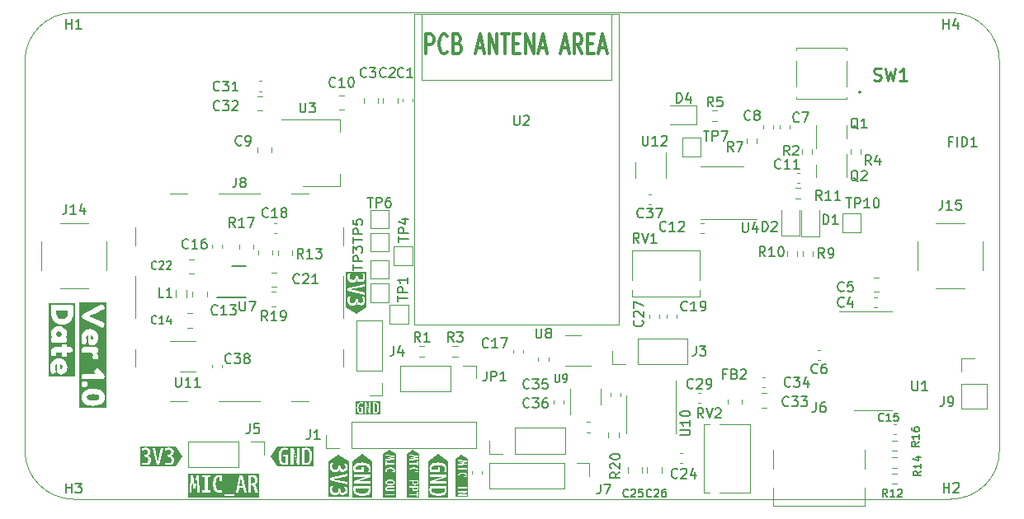
<source format=gbr>
%TF.GenerationSoftware,KiCad,Pcbnew,(6.0.9)*%
%TF.CreationDate,2022-12-19T18:44:09+02:00*%
%TF.ProjectId,cross_band_handy_walkie_talkie_V1,63726f73-735f-4626-916e-645f68616e64,rev?*%
%TF.SameCoordinates,Original*%
%TF.FileFunction,Legend,Top*%
%TF.FilePolarity,Positive*%
%FSLAX46Y46*%
G04 Gerber Fmt 4.6, Leading zero omitted, Abs format (unit mm)*
G04 Created by KiCad (PCBNEW (6.0.9)) date 2022-12-19 18:44:09*
%MOMM*%
%LPD*%
G01*
G04 APERTURE LIST*
%TA.AperFunction,Profile*%
%ADD10C,0.100000*%
%TD*%
%ADD11C,0.150000*%
%ADD12C,0.254000*%
%ADD13C,0.130000*%
%ADD14C,0.300000*%
%ADD15C,0.120000*%
%ADD16C,0.200000*%
%ADD17C,0.100000*%
G04 APERTURE END LIST*
D10*
X150000000Y-55000000D02*
X150000000Y-95000000D01*
X150000000Y-55000000D02*
G75*
G03*
X145000000Y-50000000I-5000000J0D01*
G01*
X55000000Y-50000000D02*
X145000000Y-50000000D01*
X145000000Y-100000000D02*
X55000000Y-100000000D01*
X145000000Y-100000000D02*
G75*
G03*
X150000000Y-95000000I0J5000000D01*
G01*
X50000000Y-95000000D02*
X50000000Y-55000000D01*
X50000000Y-95000000D02*
G75*
G03*
X55000000Y-100000000I5000000J0D01*
G01*
X55000000Y-50000000D02*
G75*
G03*
X50000000Y-55000000I0J-5000000D01*
G01*
D11*
%TO.C,TP10*%
X134261904Y-69052380D02*
X134833333Y-69052380D01*
X134547619Y-70052380D02*
X134547619Y-69052380D01*
X135166666Y-70052380D02*
X135166666Y-69052380D01*
X135547619Y-69052380D01*
X135642857Y-69100000D01*
X135690476Y-69147619D01*
X135738095Y-69242857D01*
X135738095Y-69385714D01*
X135690476Y-69480952D01*
X135642857Y-69528571D01*
X135547619Y-69576190D01*
X135166666Y-69576190D01*
X136690476Y-70052380D02*
X136119047Y-70052380D01*
X136404761Y-70052380D02*
X136404761Y-69052380D01*
X136309523Y-69195238D01*
X136214285Y-69290476D01*
X136119047Y-69338095D01*
X137309523Y-69052380D02*
X137404761Y-69052380D01*
X137500000Y-69100000D01*
X137547619Y-69147619D01*
X137595238Y-69242857D01*
X137642857Y-69433333D01*
X137642857Y-69671428D01*
X137595238Y-69861904D01*
X137547619Y-69957142D01*
X137500000Y-70004761D01*
X137404761Y-70052380D01*
X137309523Y-70052380D01*
X137214285Y-70004761D01*
X137166666Y-69957142D01*
X137119047Y-69861904D01*
X137071428Y-69671428D01*
X137071428Y-69433333D01*
X137119047Y-69242857D01*
X137166666Y-69147619D01*
X137214285Y-69100000D01*
X137309523Y-69052380D01*
%TO.C,TP7*%
X119638095Y-62152380D02*
X120209523Y-62152380D01*
X119923809Y-63152380D02*
X119923809Y-62152380D01*
X120542857Y-63152380D02*
X120542857Y-62152380D01*
X120923809Y-62152380D01*
X121019047Y-62200000D01*
X121066666Y-62247619D01*
X121114285Y-62342857D01*
X121114285Y-62485714D01*
X121066666Y-62580952D01*
X121019047Y-62628571D01*
X120923809Y-62676190D01*
X120542857Y-62676190D01*
X121447619Y-62152380D02*
X122114285Y-62152380D01*
X121685714Y-63152380D01*
%TO.C,TP6*%
X85138095Y-69004380D02*
X85709523Y-69004380D01*
X85423809Y-70004380D02*
X85423809Y-69004380D01*
X86042857Y-70004380D02*
X86042857Y-69004380D01*
X86423809Y-69004380D01*
X86519047Y-69052000D01*
X86566666Y-69099619D01*
X86614285Y-69194857D01*
X86614285Y-69337714D01*
X86566666Y-69432952D01*
X86519047Y-69480571D01*
X86423809Y-69528190D01*
X86042857Y-69528190D01*
X87471428Y-69004380D02*
X87280952Y-69004380D01*
X87185714Y-69052000D01*
X87138095Y-69099619D01*
X87042857Y-69242476D01*
X86995238Y-69432952D01*
X86995238Y-69813904D01*
X87042857Y-69909142D01*
X87090476Y-69956761D01*
X87185714Y-70004380D01*
X87376190Y-70004380D01*
X87471428Y-69956761D01*
X87519047Y-69909142D01*
X87566666Y-69813904D01*
X87566666Y-69575809D01*
X87519047Y-69480571D01*
X87471428Y-69432952D01*
X87376190Y-69385333D01*
X87185714Y-69385333D01*
X87090476Y-69432952D01*
X87042857Y-69480571D01*
X86995238Y-69575809D01*
%TO.C,TP5*%
X83652380Y-73661904D02*
X83652380Y-73090476D01*
X84652380Y-73376190D02*
X83652380Y-73376190D01*
X84652380Y-72757142D02*
X83652380Y-72757142D01*
X83652380Y-72376190D01*
X83700000Y-72280952D01*
X83747619Y-72233333D01*
X83842857Y-72185714D01*
X83985714Y-72185714D01*
X84080952Y-72233333D01*
X84128571Y-72280952D01*
X84176190Y-72376190D01*
X84176190Y-72757142D01*
X83652380Y-71280952D02*
X83652380Y-71757142D01*
X84128571Y-71804761D01*
X84080952Y-71757142D01*
X84033333Y-71661904D01*
X84033333Y-71423809D01*
X84080952Y-71328571D01*
X84128571Y-71280952D01*
X84223809Y-71233333D01*
X84461904Y-71233333D01*
X84557142Y-71280952D01*
X84604761Y-71328571D01*
X84652380Y-71423809D01*
X84652380Y-71661904D01*
X84604761Y-71757142D01*
X84557142Y-71804761D01*
%TO.C,TP4*%
X88352380Y-73561904D02*
X88352380Y-72990476D01*
X89352380Y-73276190D02*
X88352380Y-73276190D01*
X89352380Y-72657142D02*
X88352380Y-72657142D01*
X88352380Y-72276190D01*
X88400000Y-72180952D01*
X88447619Y-72133333D01*
X88542857Y-72085714D01*
X88685714Y-72085714D01*
X88780952Y-72133333D01*
X88828571Y-72180952D01*
X88876190Y-72276190D01*
X88876190Y-72657142D01*
X88685714Y-71228571D02*
X89352380Y-71228571D01*
X88304761Y-71466666D02*
X89019047Y-71704761D01*
X89019047Y-71085714D01*
%TO.C,TP3*%
X83652380Y-76461904D02*
X83652380Y-75890476D01*
X84652380Y-76176190D02*
X83652380Y-76176190D01*
X84652380Y-75557142D02*
X83652380Y-75557142D01*
X83652380Y-75176190D01*
X83700000Y-75080952D01*
X83747619Y-75033333D01*
X83842857Y-74985714D01*
X83985714Y-74985714D01*
X84080952Y-75033333D01*
X84128571Y-75080952D01*
X84176190Y-75176190D01*
X84176190Y-75557142D01*
X83652380Y-74652380D02*
X83652380Y-74033333D01*
X84033333Y-74366666D01*
X84033333Y-74223809D01*
X84080952Y-74128571D01*
X84128571Y-74080952D01*
X84223809Y-74033333D01*
X84461904Y-74033333D01*
X84557142Y-74080952D01*
X84604761Y-74128571D01*
X84652380Y-74223809D01*
X84652380Y-74509523D01*
X84604761Y-74604761D01*
X84557142Y-74652380D01*
%TO.C,TP1*%
X88252380Y-79661904D02*
X88252380Y-79090476D01*
X89252380Y-79376190D02*
X88252380Y-79376190D01*
X89252380Y-78757142D02*
X88252380Y-78757142D01*
X88252380Y-78376190D01*
X88300000Y-78280952D01*
X88347619Y-78233333D01*
X88442857Y-78185714D01*
X88585714Y-78185714D01*
X88680952Y-78233333D01*
X88728571Y-78280952D01*
X88776190Y-78376190D01*
X88776190Y-78757142D01*
X89252380Y-77233333D02*
X89252380Y-77804761D01*
X89252380Y-77519047D02*
X88252380Y-77519047D01*
X88395238Y-77614285D01*
X88490476Y-77709523D01*
X88538095Y-77804761D01*
%TO.C,J5*%
X73066666Y-92252380D02*
X73066666Y-92966666D01*
X73019047Y-93109523D01*
X72923809Y-93204761D01*
X72780952Y-93252380D01*
X72685714Y-93252380D01*
X74019047Y-92252380D02*
X73542857Y-92252380D01*
X73495238Y-92728571D01*
X73542857Y-92680952D01*
X73638095Y-92633333D01*
X73876190Y-92633333D01*
X73971428Y-92680952D01*
X74019047Y-92728571D01*
X74066666Y-92823809D01*
X74066666Y-93061904D01*
X74019047Y-93157142D01*
X73971428Y-93204761D01*
X73876190Y-93252380D01*
X73638095Y-93252380D01*
X73542857Y-93204761D01*
X73495238Y-93157142D01*
%TO.C,H2*%
X144272095Y-99309180D02*
X144272095Y-98309180D01*
X144272095Y-98785371D02*
X144843523Y-98785371D01*
X144843523Y-99309180D02*
X144843523Y-98309180D01*
X145272095Y-98404419D02*
X145319714Y-98356800D01*
X145414952Y-98309180D01*
X145653047Y-98309180D01*
X145748285Y-98356800D01*
X145795904Y-98404419D01*
X145843523Y-98499657D01*
X145843523Y-98594895D01*
X145795904Y-98737752D01*
X145224476Y-99309180D01*
X145843523Y-99309180D01*
%TO.C,C7*%
X129433333Y-61157142D02*
X129385714Y-61204761D01*
X129242857Y-61252380D01*
X129147619Y-61252380D01*
X129004761Y-61204761D01*
X128909523Y-61109523D01*
X128861904Y-61014285D01*
X128814285Y-60823809D01*
X128814285Y-60680952D01*
X128861904Y-60490476D01*
X128909523Y-60395238D01*
X129004761Y-60300000D01*
X129147619Y-60252380D01*
X129242857Y-60252380D01*
X129385714Y-60300000D01*
X129433333Y-60347619D01*
X129766666Y-60252380D02*
X130433333Y-60252380D01*
X130004761Y-61252380D01*
%TO.C,J3*%
X118866666Y-84252380D02*
X118866666Y-84966666D01*
X118819047Y-85109523D01*
X118723809Y-85204761D01*
X118580952Y-85252380D01*
X118485714Y-85252380D01*
X119247619Y-84252380D02*
X119866666Y-84252380D01*
X119533333Y-84633333D01*
X119676190Y-84633333D01*
X119771428Y-84680952D01*
X119819047Y-84728571D01*
X119866666Y-84823809D01*
X119866666Y-85061904D01*
X119819047Y-85157142D01*
X119771428Y-85204761D01*
X119676190Y-85252380D01*
X119390476Y-85252380D01*
X119295238Y-85204761D01*
X119247619Y-85157142D01*
%TO.C,C10*%
X81857142Y-57557142D02*
X81809523Y-57604761D01*
X81666666Y-57652380D01*
X81571428Y-57652380D01*
X81428571Y-57604761D01*
X81333333Y-57509523D01*
X81285714Y-57414285D01*
X81238095Y-57223809D01*
X81238095Y-57080952D01*
X81285714Y-56890476D01*
X81333333Y-56795238D01*
X81428571Y-56700000D01*
X81571428Y-56652380D01*
X81666666Y-56652380D01*
X81809523Y-56700000D01*
X81857142Y-56747619D01*
X82809523Y-57652380D02*
X82238095Y-57652380D01*
X82523809Y-57652380D02*
X82523809Y-56652380D01*
X82428571Y-56795238D01*
X82333333Y-56890476D01*
X82238095Y-56938095D01*
X83428571Y-56652380D02*
X83523809Y-56652380D01*
X83619047Y-56700000D01*
X83666666Y-56747619D01*
X83714285Y-56842857D01*
X83761904Y-57033333D01*
X83761904Y-57271428D01*
X83714285Y-57461904D01*
X83666666Y-57557142D01*
X83619047Y-57604761D01*
X83523809Y-57652380D01*
X83428571Y-57652380D01*
X83333333Y-57604761D01*
X83285714Y-57557142D01*
X83238095Y-57461904D01*
X83190476Y-57271428D01*
X83190476Y-57033333D01*
X83238095Y-56842857D01*
X83285714Y-56747619D01*
X83333333Y-56700000D01*
X83428571Y-56652380D01*
%TO.C,RV1*%
X113004761Y-73652380D02*
X112671428Y-73176190D01*
X112433333Y-73652380D02*
X112433333Y-72652380D01*
X112814285Y-72652380D01*
X112909523Y-72700000D01*
X112957142Y-72747619D01*
X113004761Y-72842857D01*
X113004761Y-72985714D01*
X112957142Y-73080952D01*
X112909523Y-73128571D01*
X112814285Y-73176190D01*
X112433333Y-73176190D01*
X113290476Y-72652380D02*
X113623809Y-73652380D01*
X113957142Y-72652380D01*
X114814285Y-73652380D02*
X114242857Y-73652380D01*
X114528571Y-73652380D02*
X114528571Y-72652380D01*
X114433333Y-72795238D01*
X114338095Y-72890476D01*
X114242857Y-72938095D01*
%TO.C,R2*%
X128433333Y-64652380D02*
X128100000Y-64176190D01*
X127861904Y-64652380D02*
X127861904Y-63652380D01*
X128242857Y-63652380D01*
X128338095Y-63700000D01*
X128385714Y-63747619D01*
X128433333Y-63842857D01*
X128433333Y-63985714D01*
X128385714Y-64080952D01*
X128338095Y-64128571D01*
X128242857Y-64176190D01*
X127861904Y-64176190D01*
X128814285Y-63747619D02*
X128861904Y-63700000D01*
X128957142Y-63652380D01*
X129195238Y-63652380D01*
X129290476Y-63700000D01*
X129338095Y-63747619D01*
X129385714Y-63842857D01*
X129385714Y-63938095D01*
X129338095Y-64080952D01*
X128766666Y-64652380D01*
X129385714Y-64652380D01*
%TO.C,C29*%
X118557142Y-88527142D02*
X118509523Y-88574761D01*
X118366666Y-88622380D01*
X118271428Y-88622380D01*
X118128571Y-88574761D01*
X118033333Y-88479523D01*
X117985714Y-88384285D01*
X117938095Y-88193809D01*
X117938095Y-88050952D01*
X117985714Y-87860476D01*
X118033333Y-87765238D01*
X118128571Y-87670000D01*
X118271428Y-87622380D01*
X118366666Y-87622380D01*
X118509523Y-87670000D01*
X118557142Y-87717619D01*
X118938095Y-87717619D02*
X118985714Y-87670000D01*
X119080952Y-87622380D01*
X119319047Y-87622380D01*
X119414285Y-87670000D01*
X119461904Y-87717619D01*
X119509523Y-87812857D01*
X119509523Y-87908095D01*
X119461904Y-88050952D01*
X118890476Y-88622380D01*
X119509523Y-88622380D01*
X119985714Y-88622380D02*
X120176190Y-88622380D01*
X120271428Y-88574761D01*
X120319047Y-88527142D01*
X120414285Y-88384285D01*
X120461904Y-88193809D01*
X120461904Y-87812857D01*
X120414285Y-87717619D01*
X120366666Y-87670000D01*
X120271428Y-87622380D01*
X120080952Y-87622380D01*
X119985714Y-87670000D01*
X119938095Y-87717619D01*
X119890476Y-87812857D01*
X119890476Y-88050952D01*
X119938095Y-88146190D01*
X119985714Y-88193809D01*
X120080952Y-88241428D01*
X120271428Y-88241428D01*
X120366666Y-88193809D01*
X120414285Y-88146190D01*
X120461904Y-88050952D01*
%TO.C,R4*%
X136833333Y-65652380D02*
X136500000Y-65176190D01*
X136261904Y-65652380D02*
X136261904Y-64652380D01*
X136642857Y-64652380D01*
X136738095Y-64700000D01*
X136785714Y-64747619D01*
X136833333Y-64842857D01*
X136833333Y-64985714D01*
X136785714Y-65080952D01*
X136738095Y-65128571D01*
X136642857Y-65176190D01*
X136261904Y-65176190D01*
X137690476Y-64985714D02*
X137690476Y-65652380D01*
X137452380Y-64604761D02*
X137214285Y-65319047D01*
X137833333Y-65319047D01*
%TO.C,R10*%
X125957142Y-75052380D02*
X125623809Y-74576190D01*
X125385714Y-75052380D02*
X125385714Y-74052380D01*
X125766666Y-74052380D01*
X125861904Y-74100000D01*
X125909523Y-74147619D01*
X125957142Y-74242857D01*
X125957142Y-74385714D01*
X125909523Y-74480952D01*
X125861904Y-74528571D01*
X125766666Y-74576190D01*
X125385714Y-74576190D01*
X126909523Y-75052380D02*
X126338095Y-75052380D01*
X126623809Y-75052380D02*
X126623809Y-74052380D01*
X126528571Y-74195238D01*
X126433333Y-74290476D01*
X126338095Y-74338095D01*
X127528571Y-74052380D02*
X127623809Y-74052380D01*
X127719047Y-74100000D01*
X127766666Y-74147619D01*
X127814285Y-74242857D01*
X127861904Y-74433333D01*
X127861904Y-74671428D01*
X127814285Y-74861904D01*
X127766666Y-74957142D01*
X127719047Y-75004761D01*
X127623809Y-75052380D01*
X127528571Y-75052380D01*
X127433333Y-75004761D01*
X127385714Y-74957142D01*
X127338095Y-74861904D01*
X127290476Y-74671428D01*
X127290476Y-74433333D01*
X127338095Y-74242857D01*
X127385714Y-74147619D01*
X127433333Y-74100000D01*
X127528571Y-74052380D01*
%TO.C,H3*%
X54238095Y-99359980D02*
X54238095Y-98359980D01*
X54238095Y-98836171D02*
X54809523Y-98836171D01*
X54809523Y-99359980D02*
X54809523Y-98359980D01*
X55190476Y-98359980D02*
X55809523Y-98359980D01*
X55476190Y-98740933D01*
X55619047Y-98740933D01*
X55714285Y-98788552D01*
X55761904Y-98836171D01*
X55809523Y-98931409D01*
X55809523Y-99169504D01*
X55761904Y-99264742D01*
X55714285Y-99312361D01*
X55619047Y-99359980D01*
X55333333Y-99359980D01*
X55238095Y-99312361D01*
X55190476Y-99264742D01*
%TO.C,C4*%
X134033333Y-80157142D02*
X133985714Y-80204761D01*
X133842857Y-80252380D01*
X133747619Y-80252380D01*
X133604761Y-80204761D01*
X133509523Y-80109523D01*
X133461904Y-80014285D01*
X133414285Y-79823809D01*
X133414285Y-79680952D01*
X133461904Y-79490476D01*
X133509523Y-79395238D01*
X133604761Y-79300000D01*
X133747619Y-79252380D01*
X133842857Y-79252380D01*
X133985714Y-79300000D01*
X134033333Y-79347619D01*
X134890476Y-79585714D02*
X134890476Y-80252380D01*
X134652380Y-79204761D02*
X134414285Y-79919047D01*
X135033333Y-79919047D01*
%TO.C,U11*%
X65461904Y-87452380D02*
X65461904Y-88261904D01*
X65509523Y-88357142D01*
X65557142Y-88404761D01*
X65652380Y-88452380D01*
X65842857Y-88452380D01*
X65938095Y-88404761D01*
X65985714Y-88357142D01*
X66033333Y-88261904D01*
X66033333Y-87452380D01*
X67033333Y-88452380D02*
X66461904Y-88452380D01*
X66747619Y-88452380D02*
X66747619Y-87452380D01*
X66652380Y-87595238D01*
X66557142Y-87690476D01*
X66461904Y-87738095D01*
X67985714Y-88452380D02*
X67414285Y-88452380D01*
X67700000Y-88452380D02*
X67700000Y-87452380D01*
X67604761Y-87595238D01*
X67509523Y-87690476D01*
X67414285Y-87738095D01*
%TO.C,C38*%
X71157142Y-85957142D02*
X71109523Y-86004761D01*
X70966666Y-86052380D01*
X70871428Y-86052380D01*
X70728571Y-86004761D01*
X70633333Y-85909523D01*
X70585714Y-85814285D01*
X70538095Y-85623809D01*
X70538095Y-85480952D01*
X70585714Y-85290476D01*
X70633333Y-85195238D01*
X70728571Y-85100000D01*
X70871428Y-85052380D01*
X70966666Y-85052380D01*
X71109523Y-85100000D01*
X71157142Y-85147619D01*
X71490476Y-85052380D02*
X72109523Y-85052380D01*
X71776190Y-85433333D01*
X71919047Y-85433333D01*
X72014285Y-85480952D01*
X72061904Y-85528571D01*
X72109523Y-85623809D01*
X72109523Y-85861904D01*
X72061904Y-85957142D01*
X72014285Y-86004761D01*
X71919047Y-86052380D01*
X71633333Y-86052380D01*
X71538095Y-86004761D01*
X71490476Y-85957142D01*
X72680952Y-85480952D02*
X72585714Y-85433333D01*
X72538095Y-85385714D01*
X72490476Y-85290476D01*
X72490476Y-85242857D01*
X72538095Y-85147619D01*
X72585714Y-85100000D01*
X72680952Y-85052380D01*
X72871428Y-85052380D01*
X72966666Y-85100000D01*
X73014285Y-85147619D01*
X73061904Y-85242857D01*
X73061904Y-85290476D01*
X73014285Y-85385714D01*
X72966666Y-85433333D01*
X72871428Y-85480952D01*
X72680952Y-85480952D01*
X72585714Y-85528571D01*
X72538095Y-85576190D01*
X72490476Y-85671428D01*
X72490476Y-85861904D01*
X72538095Y-85957142D01*
X72585714Y-86004761D01*
X72680952Y-86052380D01*
X72871428Y-86052380D01*
X72966666Y-86004761D01*
X73014285Y-85957142D01*
X73061904Y-85861904D01*
X73061904Y-85671428D01*
X73014285Y-85576190D01*
X72966666Y-85528571D01*
X72871428Y-85480952D01*
%TO.C,C6*%
X131333333Y-86987142D02*
X131285714Y-87034761D01*
X131142857Y-87082380D01*
X131047619Y-87082380D01*
X130904761Y-87034761D01*
X130809523Y-86939523D01*
X130761904Y-86844285D01*
X130714285Y-86653809D01*
X130714285Y-86510952D01*
X130761904Y-86320476D01*
X130809523Y-86225238D01*
X130904761Y-86130000D01*
X131047619Y-86082380D01*
X131142857Y-86082380D01*
X131285714Y-86130000D01*
X131333333Y-86177619D01*
X132190476Y-86082380D02*
X132000000Y-86082380D01*
X131904761Y-86130000D01*
X131857142Y-86177619D01*
X131761904Y-86320476D01*
X131714285Y-86510952D01*
X131714285Y-86891904D01*
X131761904Y-86987142D01*
X131809523Y-87034761D01*
X131904761Y-87082380D01*
X132095238Y-87082380D01*
X132190476Y-87034761D01*
X132238095Y-86987142D01*
X132285714Y-86891904D01*
X132285714Y-86653809D01*
X132238095Y-86558571D01*
X132190476Y-86510952D01*
X132095238Y-86463333D01*
X131904761Y-86463333D01*
X131809523Y-86510952D01*
X131761904Y-86558571D01*
X131714285Y-86653809D01*
%TO.C,C18*%
X74957142Y-70957142D02*
X74909523Y-71004761D01*
X74766666Y-71052380D01*
X74671428Y-71052380D01*
X74528571Y-71004761D01*
X74433333Y-70909523D01*
X74385714Y-70814285D01*
X74338095Y-70623809D01*
X74338095Y-70480952D01*
X74385714Y-70290476D01*
X74433333Y-70195238D01*
X74528571Y-70100000D01*
X74671428Y-70052380D01*
X74766666Y-70052380D01*
X74909523Y-70100000D01*
X74957142Y-70147619D01*
X75909523Y-71052380D02*
X75338095Y-71052380D01*
X75623809Y-71052380D02*
X75623809Y-70052380D01*
X75528571Y-70195238D01*
X75433333Y-70290476D01*
X75338095Y-70338095D01*
X76480952Y-70480952D02*
X76385714Y-70433333D01*
X76338095Y-70385714D01*
X76290476Y-70290476D01*
X76290476Y-70242857D01*
X76338095Y-70147619D01*
X76385714Y-70100000D01*
X76480952Y-70052380D01*
X76671428Y-70052380D01*
X76766666Y-70100000D01*
X76814285Y-70147619D01*
X76861904Y-70242857D01*
X76861904Y-70290476D01*
X76814285Y-70385714D01*
X76766666Y-70433333D01*
X76671428Y-70480952D01*
X76480952Y-70480952D01*
X76385714Y-70528571D01*
X76338095Y-70576190D01*
X76290476Y-70671428D01*
X76290476Y-70861904D01*
X76338095Y-70957142D01*
X76385714Y-71004761D01*
X76480952Y-71052380D01*
X76671428Y-71052380D01*
X76766666Y-71004761D01*
X76814285Y-70957142D01*
X76861904Y-70861904D01*
X76861904Y-70671428D01*
X76814285Y-70576190D01*
X76766666Y-70528571D01*
X76671428Y-70480952D01*
%TO.C,J7*%
X109066666Y-98452380D02*
X109066666Y-99166666D01*
X109019047Y-99309523D01*
X108923809Y-99404761D01*
X108780952Y-99452380D01*
X108685714Y-99452380D01*
X109447619Y-98452380D02*
X110114285Y-98452380D01*
X109685714Y-99452380D01*
%TO.C,D4*%
X116861904Y-59252380D02*
X116861904Y-58252380D01*
X117100000Y-58252380D01*
X117242857Y-58300000D01*
X117338095Y-58395238D01*
X117385714Y-58490476D01*
X117433333Y-58680952D01*
X117433333Y-58823809D01*
X117385714Y-59014285D01*
X117338095Y-59109523D01*
X117242857Y-59204761D01*
X117100000Y-59252380D01*
X116861904Y-59252380D01*
X118290476Y-58585714D02*
X118290476Y-59252380D01*
X118052380Y-58204761D02*
X117814285Y-58919047D01*
X118433333Y-58919047D01*
%TO.C,R1*%
X90573333Y-83822380D02*
X90240000Y-83346190D01*
X90001904Y-83822380D02*
X90001904Y-82822380D01*
X90382857Y-82822380D01*
X90478095Y-82870000D01*
X90525714Y-82917619D01*
X90573333Y-83012857D01*
X90573333Y-83155714D01*
X90525714Y-83250952D01*
X90478095Y-83298571D01*
X90382857Y-83346190D01*
X90001904Y-83346190D01*
X91525714Y-83822380D02*
X90954285Y-83822380D01*
X91240000Y-83822380D02*
X91240000Y-82822380D01*
X91144761Y-82965238D01*
X91049523Y-83060476D01*
X90954285Y-83108095D01*
%TO.C,U4*%
X123638095Y-71552380D02*
X123638095Y-72361904D01*
X123685714Y-72457142D01*
X123733333Y-72504761D01*
X123828571Y-72552380D01*
X124019047Y-72552380D01*
X124114285Y-72504761D01*
X124161904Y-72457142D01*
X124209523Y-72361904D01*
X124209523Y-71552380D01*
X125114285Y-71885714D02*
X125114285Y-72552380D01*
X124876190Y-71504761D02*
X124638095Y-72219047D01*
X125257142Y-72219047D01*
%TO.C,C3*%
X85033333Y-56557142D02*
X84985714Y-56604761D01*
X84842857Y-56652380D01*
X84747619Y-56652380D01*
X84604761Y-56604761D01*
X84509523Y-56509523D01*
X84461904Y-56414285D01*
X84414285Y-56223809D01*
X84414285Y-56080952D01*
X84461904Y-55890476D01*
X84509523Y-55795238D01*
X84604761Y-55700000D01*
X84747619Y-55652380D01*
X84842857Y-55652380D01*
X84985714Y-55700000D01*
X85033333Y-55747619D01*
X85366666Y-55652380D02*
X85985714Y-55652380D01*
X85652380Y-56033333D01*
X85795238Y-56033333D01*
X85890476Y-56080952D01*
X85938095Y-56128571D01*
X85985714Y-56223809D01*
X85985714Y-56461904D01*
X85938095Y-56557142D01*
X85890476Y-56604761D01*
X85795238Y-56652380D01*
X85509523Y-56652380D01*
X85414285Y-56604761D01*
X85366666Y-56557142D01*
%TO.C,C5*%
X134033333Y-78557142D02*
X133985714Y-78604761D01*
X133842857Y-78652380D01*
X133747619Y-78652380D01*
X133604761Y-78604761D01*
X133509523Y-78509523D01*
X133461904Y-78414285D01*
X133414285Y-78223809D01*
X133414285Y-78080952D01*
X133461904Y-77890476D01*
X133509523Y-77795238D01*
X133604761Y-77700000D01*
X133747619Y-77652380D01*
X133842857Y-77652380D01*
X133985714Y-77700000D01*
X134033333Y-77747619D01*
X134938095Y-77652380D02*
X134461904Y-77652380D01*
X134414285Y-78128571D01*
X134461904Y-78080952D01*
X134557142Y-78033333D01*
X134795238Y-78033333D01*
X134890476Y-78080952D01*
X134938095Y-78128571D01*
X134985714Y-78223809D01*
X134985714Y-78461904D01*
X134938095Y-78557142D01*
X134890476Y-78604761D01*
X134795238Y-78652380D01*
X134557142Y-78652380D01*
X134461904Y-78604761D01*
X134414285Y-78557142D01*
%TO.C,C27*%
X113357142Y-81642857D02*
X113404761Y-81690476D01*
X113452380Y-81833333D01*
X113452380Y-81928571D01*
X113404761Y-82071428D01*
X113309523Y-82166666D01*
X113214285Y-82214285D01*
X113023809Y-82261904D01*
X112880952Y-82261904D01*
X112690476Y-82214285D01*
X112595238Y-82166666D01*
X112500000Y-82071428D01*
X112452380Y-81928571D01*
X112452380Y-81833333D01*
X112500000Y-81690476D01*
X112547619Y-81642857D01*
X112547619Y-81261904D02*
X112500000Y-81214285D01*
X112452380Y-81119047D01*
X112452380Y-80880952D01*
X112500000Y-80785714D01*
X112547619Y-80738095D01*
X112642857Y-80690476D01*
X112738095Y-80690476D01*
X112880952Y-80738095D01*
X113452380Y-81309523D01*
X113452380Y-80690476D01*
X112452380Y-80357142D02*
X112452380Y-79690476D01*
X113452380Y-80119047D01*
D12*
%TO.C,SW1*%
X137106666Y-56914047D02*
X137288095Y-56974523D01*
X137590476Y-56974523D01*
X137711428Y-56914047D01*
X137771904Y-56853571D01*
X137832380Y-56732619D01*
X137832380Y-56611666D01*
X137771904Y-56490714D01*
X137711428Y-56430238D01*
X137590476Y-56369761D01*
X137348571Y-56309285D01*
X137227619Y-56248809D01*
X137167142Y-56188333D01*
X137106666Y-56067380D01*
X137106666Y-55946428D01*
X137167142Y-55825476D01*
X137227619Y-55765000D01*
X137348571Y-55704523D01*
X137650952Y-55704523D01*
X137832380Y-55765000D01*
X138255714Y-55704523D02*
X138558095Y-56974523D01*
X138800000Y-56067380D01*
X139041904Y-56974523D01*
X139344285Y-55704523D01*
X140493333Y-56974523D02*
X139767619Y-56974523D01*
X140130476Y-56974523D02*
X140130476Y-55704523D01*
X140009523Y-55885952D01*
X139888571Y-56006904D01*
X139767619Y-56067380D01*
D11*
%TO.C,R20*%
X111052380Y-97242857D02*
X110576190Y-97576190D01*
X111052380Y-97814285D02*
X110052380Y-97814285D01*
X110052380Y-97433333D01*
X110100000Y-97338095D01*
X110147619Y-97290476D01*
X110242857Y-97242857D01*
X110385714Y-97242857D01*
X110480952Y-97290476D01*
X110528571Y-97338095D01*
X110576190Y-97433333D01*
X110576190Y-97814285D01*
X110147619Y-96861904D02*
X110100000Y-96814285D01*
X110052380Y-96719047D01*
X110052380Y-96480952D01*
X110100000Y-96385714D01*
X110147619Y-96338095D01*
X110242857Y-96290476D01*
X110338095Y-96290476D01*
X110480952Y-96338095D01*
X111052380Y-96909523D01*
X111052380Y-96290476D01*
X110052380Y-95671428D02*
X110052380Y-95576190D01*
X110100000Y-95480952D01*
X110147619Y-95433333D01*
X110242857Y-95385714D01*
X110433333Y-95338095D01*
X110671428Y-95338095D01*
X110861904Y-95385714D01*
X110957142Y-95433333D01*
X111004761Y-95480952D01*
X111052380Y-95576190D01*
X111052380Y-95671428D01*
X111004761Y-95766666D01*
X110957142Y-95814285D01*
X110861904Y-95861904D01*
X110671428Y-95909523D01*
X110433333Y-95909523D01*
X110242857Y-95861904D01*
X110147619Y-95814285D01*
X110100000Y-95766666D01*
X110052380Y-95671428D01*
%TO.C,R3*%
X93973333Y-83822380D02*
X93640000Y-83346190D01*
X93401904Y-83822380D02*
X93401904Y-82822380D01*
X93782857Y-82822380D01*
X93878095Y-82870000D01*
X93925714Y-82917619D01*
X93973333Y-83012857D01*
X93973333Y-83155714D01*
X93925714Y-83250952D01*
X93878095Y-83298571D01*
X93782857Y-83346190D01*
X93401904Y-83346190D01*
X94306666Y-82822380D02*
X94925714Y-82822380D01*
X94592380Y-83203333D01*
X94735238Y-83203333D01*
X94830476Y-83250952D01*
X94878095Y-83298571D01*
X94925714Y-83393809D01*
X94925714Y-83631904D01*
X94878095Y-83727142D01*
X94830476Y-83774761D01*
X94735238Y-83822380D01*
X94449523Y-83822380D01*
X94354285Y-83774761D01*
X94306666Y-83727142D01*
%TO.C,U8*%
X102438095Y-82452380D02*
X102438095Y-83261904D01*
X102485714Y-83357142D01*
X102533333Y-83404761D01*
X102628571Y-83452380D01*
X102819047Y-83452380D01*
X102914285Y-83404761D01*
X102961904Y-83357142D01*
X103009523Y-83261904D01*
X103009523Y-82452380D01*
X103628571Y-82880952D02*
X103533333Y-82833333D01*
X103485714Y-82785714D01*
X103438095Y-82690476D01*
X103438095Y-82642857D01*
X103485714Y-82547619D01*
X103533333Y-82500000D01*
X103628571Y-82452380D01*
X103819047Y-82452380D01*
X103914285Y-82500000D01*
X103961904Y-82547619D01*
X104009523Y-82642857D01*
X104009523Y-82690476D01*
X103961904Y-82785714D01*
X103914285Y-82833333D01*
X103819047Y-82880952D01*
X103628571Y-82880952D01*
X103533333Y-82928571D01*
X103485714Y-82976190D01*
X103438095Y-83071428D01*
X103438095Y-83261904D01*
X103485714Y-83357142D01*
X103533333Y-83404761D01*
X103628571Y-83452380D01*
X103819047Y-83452380D01*
X103914285Y-83404761D01*
X103961904Y-83357142D01*
X104009523Y-83261904D01*
X104009523Y-83071428D01*
X103961904Y-82976190D01*
X103914285Y-82928571D01*
X103819047Y-82880952D01*
%TO.C,D1*%
X131911904Y-71739880D02*
X131911904Y-70739880D01*
X132150000Y-70739880D01*
X132292857Y-70787500D01*
X132388095Y-70882738D01*
X132435714Y-70977976D01*
X132483333Y-71168452D01*
X132483333Y-71311309D01*
X132435714Y-71501785D01*
X132388095Y-71597023D01*
X132292857Y-71692261D01*
X132150000Y-71739880D01*
X131911904Y-71739880D01*
X133435714Y-71739880D02*
X132864285Y-71739880D01*
X133150000Y-71739880D02*
X133150000Y-70739880D01*
X133054761Y-70882738D01*
X132959523Y-70977976D01*
X132864285Y-71025595D01*
%TO.C,C19*%
X117957142Y-80557142D02*
X117909523Y-80604761D01*
X117766666Y-80652380D01*
X117671428Y-80652380D01*
X117528571Y-80604761D01*
X117433333Y-80509523D01*
X117385714Y-80414285D01*
X117338095Y-80223809D01*
X117338095Y-80080952D01*
X117385714Y-79890476D01*
X117433333Y-79795238D01*
X117528571Y-79700000D01*
X117671428Y-79652380D01*
X117766666Y-79652380D01*
X117909523Y-79700000D01*
X117957142Y-79747619D01*
X118909523Y-80652380D02*
X118338095Y-80652380D01*
X118623809Y-80652380D02*
X118623809Y-79652380D01*
X118528571Y-79795238D01*
X118433333Y-79890476D01*
X118338095Y-79938095D01*
X119385714Y-80652380D02*
X119576190Y-80652380D01*
X119671428Y-80604761D01*
X119719047Y-80557142D01*
X119814285Y-80414285D01*
X119861904Y-80223809D01*
X119861904Y-79842857D01*
X119814285Y-79747619D01*
X119766666Y-79700000D01*
X119671428Y-79652380D01*
X119480952Y-79652380D01*
X119385714Y-79700000D01*
X119338095Y-79747619D01*
X119290476Y-79842857D01*
X119290476Y-80080952D01*
X119338095Y-80176190D01*
X119385714Y-80223809D01*
X119480952Y-80271428D01*
X119671428Y-80271428D01*
X119766666Y-80223809D01*
X119814285Y-80176190D01*
X119861904Y-80080952D01*
%TO.C,C11*%
X127557142Y-65957142D02*
X127509523Y-66004761D01*
X127366666Y-66052380D01*
X127271428Y-66052380D01*
X127128571Y-66004761D01*
X127033333Y-65909523D01*
X126985714Y-65814285D01*
X126938095Y-65623809D01*
X126938095Y-65480952D01*
X126985714Y-65290476D01*
X127033333Y-65195238D01*
X127128571Y-65100000D01*
X127271428Y-65052380D01*
X127366666Y-65052380D01*
X127509523Y-65100000D01*
X127557142Y-65147619D01*
X128509523Y-66052380D02*
X127938095Y-66052380D01*
X128223809Y-66052380D02*
X128223809Y-65052380D01*
X128128571Y-65195238D01*
X128033333Y-65290476D01*
X127938095Y-65338095D01*
X129461904Y-66052380D02*
X128890476Y-66052380D01*
X129176190Y-66052380D02*
X129176190Y-65052380D01*
X129080952Y-65195238D01*
X128985714Y-65290476D01*
X128890476Y-65338095D01*
%TO.C,C12*%
X115757142Y-72357142D02*
X115709523Y-72404761D01*
X115566666Y-72452380D01*
X115471428Y-72452380D01*
X115328571Y-72404761D01*
X115233333Y-72309523D01*
X115185714Y-72214285D01*
X115138095Y-72023809D01*
X115138095Y-71880952D01*
X115185714Y-71690476D01*
X115233333Y-71595238D01*
X115328571Y-71500000D01*
X115471428Y-71452380D01*
X115566666Y-71452380D01*
X115709523Y-71500000D01*
X115757142Y-71547619D01*
X116709523Y-72452380D02*
X116138095Y-72452380D01*
X116423809Y-72452380D02*
X116423809Y-71452380D01*
X116328571Y-71595238D01*
X116233333Y-71690476D01*
X116138095Y-71738095D01*
X117090476Y-71547619D02*
X117138095Y-71500000D01*
X117233333Y-71452380D01*
X117471428Y-71452380D01*
X117566666Y-71500000D01*
X117614285Y-71547619D01*
X117661904Y-71642857D01*
X117661904Y-71738095D01*
X117614285Y-71880952D01*
X117042857Y-72452380D01*
X117661904Y-72452380D01*
D13*
%TO.C,U9*%
X104390476Y-87161904D02*
X104390476Y-87809523D01*
X104428571Y-87885714D01*
X104466666Y-87923809D01*
X104542857Y-87961904D01*
X104695238Y-87961904D01*
X104771428Y-87923809D01*
X104809523Y-87885714D01*
X104847619Y-87809523D01*
X104847619Y-87161904D01*
X105266666Y-87961904D02*
X105419047Y-87961904D01*
X105495238Y-87923809D01*
X105533333Y-87885714D01*
X105609523Y-87771428D01*
X105647619Y-87619047D01*
X105647619Y-87314285D01*
X105609523Y-87238095D01*
X105571428Y-87200000D01*
X105495238Y-87161904D01*
X105342857Y-87161904D01*
X105266666Y-87200000D01*
X105228571Y-87238095D01*
X105190476Y-87314285D01*
X105190476Y-87504761D01*
X105228571Y-87580952D01*
X105266666Y-87619047D01*
X105342857Y-87657142D01*
X105495238Y-87657142D01*
X105571428Y-87619047D01*
X105609523Y-87580952D01*
X105647619Y-87504761D01*
D11*
%TO.C,U2*%
X100188095Y-60552380D02*
X100188095Y-61361904D01*
X100235714Y-61457142D01*
X100283333Y-61504761D01*
X100378571Y-61552380D01*
X100569047Y-61552380D01*
X100664285Y-61504761D01*
X100711904Y-61457142D01*
X100759523Y-61361904D01*
X100759523Y-60552380D01*
X101188095Y-60647619D02*
X101235714Y-60600000D01*
X101330952Y-60552380D01*
X101569047Y-60552380D01*
X101664285Y-60600000D01*
X101711904Y-60647619D01*
X101759523Y-60742857D01*
X101759523Y-60838095D01*
X101711904Y-60980952D01*
X101140476Y-61552380D01*
X101759523Y-61552380D01*
D14*
X91150000Y-54204761D02*
X91150000Y-52204761D01*
X91683333Y-52204761D01*
X91816666Y-52300000D01*
X91883333Y-52395238D01*
X91950000Y-52585714D01*
X91950000Y-52871428D01*
X91883333Y-53061904D01*
X91816666Y-53157142D01*
X91683333Y-53252380D01*
X91150000Y-53252380D01*
X93350000Y-54014285D02*
X93283333Y-54109523D01*
X93083333Y-54204761D01*
X92950000Y-54204761D01*
X92750000Y-54109523D01*
X92616666Y-53919047D01*
X92550000Y-53728571D01*
X92483333Y-53347619D01*
X92483333Y-53061904D01*
X92550000Y-52680952D01*
X92616666Y-52490476D01*
X92750000Y-52300000D01*
X92950000Y-52204761D01*
X93083333Y-52204761D01*
X93283333Y-52300000D01*
X93350000Y-52395238D01*
X94416666Y-53157142D02*
X94616666Y-53252380D01*
X94683333Y-53347619D01*
X94750000Y-53538095D01*
X94750000Y-53823809D01*
X94683333Y-54014285D01*
X94616666Y-54109523D01*
X94483333Y-54204761D01*
X93950000Y-54204761D01*
X93950000Y-52204761D01*
X94416666Y-52204761D01*
X94550000Y-52300000D01*
X94616666Y-52395238D01*
X94683333Y-52585714D01*
X94683333Y-52776190D01*
X94616666Y-52966666D01*
X94550000Y-53061904D01*
X94416666Y-53157142D01*
X93950000Y-53157142D01*
X96350000Y-53633333D02*
X97016666Y-53633333D01*
X96216666Y-54204761D02*
X96683333Y-52204761D01*
X97150000Y-54204761D01*
X97616666Y-54204761D02*
X97616666Y-52204761D01*
X98416666Y-54204761D01*
X98416666Y-52204761D01*
X98883333Y-52204761D02*
X99683333Y-52204761D01*
X99283333Y-54204761D02*
X99283333Y-52204761D01*
X100150000Y-53157142D02*
X100616666Y-53157142D01*
X100816666Y-54204761D02*
X100150000Y-54204761D01*
X100150000Y-52204761D01*
X100816666Y-52204761D01*
X101416666Y-54204761D02*
X101416666Y-52204761D01*
X102216666Y-54204761D01*
X102216666Y-52204761D01*
X102816666Y-53633333D02*
X103483333Y-53633333D01*
X102683333Y-54204761D02*
X103150000Y-52204761D01*
X103616666Y-54204761D01*
X105083333Y-53633333D02*
X105750000Y-53633333D01*
X104950000Y-54204761D02*
X105416666Y-52204761D01*
X105883333Y-54204761D01*
X107150000Y-54204761D02*
X106683333Y-53252380D01*
X106350000Y-54204761D02*
X106350000Y-52204761D01*
X106883333Y-52204761D01*
X107016666Y-52300000D01*
X107083333Y-52395238D01*
X107150000Y-52585714D01*
X107150000Y-52871428D01*
X107083333Y-53061904D01*
X107016666Y-53157142D01*
X106883333Y-53252380D01*
X106350000Y-53252380D01*
X107750000Y-53157142D02*
X108216666Y-53157142D01*
X108416666Y-54204761D02*
X107750000Y-54204761D01*
X107750000Y-52204761D01*
X108416666Y-52204761D01*
X108950000Y-53633333D02*
X109616666Y-53633333D01*
X108816666Y-54204761D02*
X109283333Y-52204761D01*
X109750000Y-54204761D01*
D11*
%TO.C,U12*%
X113361904Y-62652380D02*
X113361904Y-63461904D01*
X113409523Y-63557142D01*
X113457142Y-63604761D01*
X113552380Y-63652380D01*
X113742857Y-63652380D01*
X113838095Y-63604761D01*
X113885714Y-63557142D01*
X113933333Y-63461904D01*
X113933333Y-62652380D01*
X114933333Y-63652380D02*
X114361904Y-63652380D01*
X114647619Y-63652380D02*
X114647619Y-62652380D01*
X114552380Y-62795238D01*
X114457142Y-62890476D01*
X114361904Y-62938095D01*
X115314285Y-62747619D02*
X115361904Y-62700000D01*
X115457142Y-62652380D01*
X115695238Y-62652380D01*
X115790476Y-62700000D01*
X115838095Y-62747619D01*
X115885714Y-62842857D01*
X115885714Y-62938095D01*
X115838095Y-63080952D01*
X115266666Y-63652380D01*
X115885714Y-63652380D01*
%TO.C,U3*%
X78238095Y-59252380D02*
X78238095Y-60061904D01*
X78285714Y-60157142D01*
X78333333Y-60204761D01*
X78428571Y-60252380D01*
X78619047Y-60252380D01*
X78714285Y-60204761D01*
X78761904Y-60157142D01*
X78809523Y-60061904D01*
X78809523Y-59252380D01*
X79190476Y-59252380D02*
X79809523Y-59252380D01*
X79476190Y-59633333D01*
X79619047Y-59633333D01*
X79714285Y-59680952D01*
X79761904Y-59728571D01*
X79809523Y-59823809D01*
X79809523Y-60061904D01*
X79761904Y-60157142D01*
X79714285Y-60204761D01*
X79619047Y-60252380D01*
X79333333Y-60252380D01*
X79238095Y-60204761D01*
X79190476Y-60157142D01*
%TO.C,C33*%
X128357142Y-90357142D02*
X128309523Y-90404761D01*
X128166666Y-90452380D01*
X128071428Y-90452380D01*
X127928571Y-90404761D01*
X127833333Y-90309523D01*
X127785714Y-90214285D01*
X127738095Y-90023809D01*
X127738095Y-89880952D01*
X127785714Y-89690476D01*
X127833333Y-89595238D01*
X127928571Y-89500000D01*
X128071428Y-89452380D01*
X128166666Y-89452380D01*
X128309523Y-89500000D01*
X128357142Y-89547619D01*
X128690476Y-89452380D02*
X129309523Y-89452380D01*
X128976190Y-89833333D01*
X129119047Y-89833333D01*
X129214285Y-89880952D01*
X129261904Y-89928571D01*
X129309523Y-90023809D01*
X129309523Y-90261904D01*
X129261904Y-90357142D01*
X129214285Y-90404761D01*
X129119047Y-90452380D01*
X128833333Y-90452380D01*
X128738095Y-90404761D01*
X128690476Y-90357142D01*
X129642857Y-89452380D02*
X130261904Y-89452380D01*
X129928571Y-89833333D01*
X130071428Y-89833333D01*
X130166666Y-89880952D01*
X130214285Y-89928571D01*
X130261904Y-90023809D01*
X130261904Y-90261904D01*
X130214285Y-90357142D01*
X130166666Y-90404761D01*
X130071428Y-90452380D01*
X129785714Y-90452380D01*
X129690476Y-90404761D01*
X129642857Y-90357142D01*
%TO.C,C17*%
X97557142Y-84357142D02*
X97509523Y-84404761D01*
X97366666Y-84452380D01*
X97271428Y-84452380D01*
X97128571Y-84404761D01*
X97033333Y-84309523D01*
X96985714Y-84214285D01*
X96938095Y-84023809D01*
X96938095Y-83880952D01*
X96985714Y-83690476D01*
X97033333Y-83595238D01*
X97128571Y-83500000D01*
X97271428Y-83452380D01*
X97366666Y-83452380D01*
X97509523Y-83500000D01*
X97557142Y-83547619D01*
X98509523Y-84452380D02*
X97938095Y-84452380D01*
X98223809Y-84452380D02*
X98223809Y-83452380D01*
X98128571Y-83595238D01*
X98033333Y-83690476D01*
X97938095Y-83738095D01*
X98842857Y-83452380D02*
X99509523Y-83452380D01*
X99080952Y-84452380D01*
%TO.C,R17*%
X71557142Y-72052380D02*
X71223809Y-71576190D01*
X70985714Y-72052380D02*
X70985714Y-71052380D01*
X71366666Y-71052380D01*
X71461904Y-71100000D01*
X71509523Y-71147619D01*
X71557142Y-71242857D01*
X71557142Y-71385714D01*
X71509523Y-71480952D01*
X71461904Y-71528571D01*
X71366666Y-71576190D01*
X70985714Y-71576190D01*
X72509523Y-72052380D02*
X71938095Y-72052380D01*
X72223809Y-72052380D02*
X72223809Y-71052380D01*
X72128571Y-71195238D01*
X72033333Y-71290476D01*
X71938095Y-71338095D01*
X72842857Y-71052380D02*
X73509523Y-71052380D01*
X73080952Y-72052380D01*
%TO.C,C16*%
X66757142Y-74157142D02*
X66709523Y-74204761D01*
X66566666Y-74252380D01*
X66471428Y-74252380D01*
X66328571Y-74204761D01*
X66233333Y-74109523D01*
X66185714Y-74014285D01*
X66138095Y-73823809D01*
X66138095Y-73680952D01*
X66185714Y-73490476D01*
X66233333Y-73395238D01*
X66328571Y-73300000D01*
X66471428Y-73252380D01*
X66566666Y-73252380D01*
X66709523Y-73300000D01*
X66757142Y-73347619D01*
X67709523Y-74252380D02*
X67138095Y-74252380D01*
X67423809Y-74252380D02*
X67423809Y-73252380D01*
X67328571Y-73395238D01*
X67233333Y-73490476D01*
X67138095Y-73538095D01*
X68566666Y-73252380D02*
X68376190Y-73252380D01*
X68280952Y-73300000D01*
X68233333Y-73347619D01*
X68138095Y-73490476D01*
X68090476Y-73680952D01*
X68090476Y-74061904D01*
X68138095Y-74157142D01*
X68185714Y-74204761D01*
X68280952Y-74252380D01*
X68471428Y-74252380D01*
X68566666Y-74204761D01*
X68614285Y-74157142D01*
X68661904Y-74061904D01*
X68661904Y-73823809D01*
X68614285Y-73728571D01*
X68566666Y-73680952D01*
X68471428Y-73633333D01*
X68280952Y-73633333D01*
X68185714Y-73680952D01*
X68138095Y-73728571D01*
X68090476Y-73823809D01*
%TO.C,FID1*%
X145128571Y-63228571D02*
X144795238Y-63228571D01*
X144795238Y-63752380D02*
X144795238Y-62752380D01*
X145271428Y-62752380D01*
X145652380Y-63752380D02*
X145652380Y-62752380D01*
X146128571Y-63752380D02*
X146128571Y-62752380D01*
X146366666Y-62752380D01*
X146509523Y-62800000D01*
X146604761Y-62895238D01*
X146652380Y-62990476D01*
X146700000Y-63180952D01*
X146700000Y-63323809D01*
X146652380Y-63514285D01*
X146604761Y-63609523D01*
X146509523Y-63704761D01*
X146366666Y-63752380D01*
X146128571Y-63752380D01*
X147652380Y-63752380D02*
X147080952Y-63752380D01*
X147366666Y-63752380D02*
X147366666Y-62752380D01*
X147271428Y-62895238D01*
X147176190Y-62990476D01*
X147080952Y-63038095D01*
%TO.C,C24*%
X116957142Y-97757142D02*
X116909523Y-97804761D01*
X116766666Y-97852380D01*
X116671428Y-97852380D01*
X116528571Y-97804761D01*
X116433333Y-97709523D01*
X116385714Y-97614285D01*
X116338095Y-97423809D01*
X116338095Y-97280952D01*
X116385714Y-97090476D01*
X116433333Y-96995238D01*
X116528571Y-96900000D01*
X116671428Y-96852380D01*
X116766666Y-96852380D01*
X116909523Y-96900000D01*
X116957142Y-96947619D01*
X117338095Y-96947619D02*
X117385714Y-96900000D01*
X117480952Y-96852380D01*
X117719047Y-96852380D01*
X117814285Y-96900000D01*
X117861904Y-96947619D01*
X117909523Y-97042857D01*
X117909523Y-97138095D01*
X117861904Y-97280952D01*
X117290476Y-97852380D01*
X117909523Y-97852380D01*
X118766666Y-97185714D02*
X118766666Y-97852380D01*
X118528571Y-96804761D02*
X118290476Y-97519047D01*
X118909523Y-97519047D01*
%TO.C,C32*%
X69957142Y-59957142D02*
X69909523Y-60004761D01*
X69766666Y-60052380D01*
X69671428Y-60052380D01*
X69528571Y-60004761D01*
X69433333Y-59909523D01*
X69385714Y-59814285D01*
X69338095Y-59623809D01*
X69338095Y-59480952D01*
X69385714Y-59290476D01*
X69433333Y-59195238D01*
X69528571Y-59100000D01*
X69671428Y-59052380D01*
X69766666Y-59052380D01*
X69909523Y-59100000D01*
X69957142Y-59147619D01*
X70290476Y-59052380D02*
X70909523Y-59052380D01*
X70576190Y-59433333D01*
X70719047Y-59433333D01*
X70814285Y-59480952D01*
X70861904Y-59528571D01*
X70909523Y-59623809D01*
X70909523Y-59861904D01*
X70861904Y-59957142D01*
X70814285Y-60004761D01*
X70719047Y-60052380D01*
X70433333Y-60052380D01*
X70338095Y-60004761D01*
X70290476Y-59957142D01*
X71290476Y-59147619D02*
X71338095Y-59100000D01*
X71433333Y-59052380D01*
X71671428Y-59052380D01*
X71766666Y-59100000D01*
X71814285Y-59147619D01*
X71861904Y-59242857D01*
X71861904Y-59338095D01*
X71814285Y-59480952D01*
X71242857Y-60052380D01*
X71861904Y-60052380D01*
%TO.C,C34*%
X128557142Y-88357142D02*
X128509523Y-88404761D01*
X128366666Y-88452380D01*
X128271428Y-88452380D01*
X128128571Y-88404761D01*
X128033333Y-88309523D01*
X127985714Y-88214285D01*
X127938095Y-88023809D01*
X127938095Y-87880952D01*
X127985714Y-87690476D01*
X128033333Y-87595238D01*
X128128571Y-87500000D01*
X128271428Y-87452380D01*
X128366666Y-87452380D01*
X128509523Y-87500000D01*
X128557142Y-87547619D01*
X128890476Y-87452380D02*
X129509523Y-87452380D01*
X129176190Y-87833333D01*
X129319047Y-87833333D01*
X129414285Y-87880952D01*
X129461904Y-87928571D01*
X129509523Y-88023809D01*
X129509523Y-88261904D01*
X129461904Y-88357142D01*
X129414285Y-88404761D01*
X129319047Y-88452380D01*
X129033333Y-88452380D01*
X128938095Y-88404761D01*
X128890476Y-88357142D01*
X130366666Y-87785714D02*
X130366666Y-88452380D01*
X130128571Y-87404761D02*
X129890476Y-88119047D01*
X130509523Y-88119047D01*
%TO.C,J15*%
X144140476Y-69252380D02*
X144140476Y-69966666D01*
X144092857Y-70109523D01*
X143997619Y-70204761D01*
X143854761Y-70252380D01*
X143759523Y-70252380D01*
X145140476Y-70252380D02*
X144569047Y-70252380D01*
X144854761Y-70252380D02*
X144854761Y-69252380D01*
X144759523Y-69395238D01*
X144664285Y-69490476D01*
X144569047Y-69538095D01*
X146045238Y-69252380D02*
X145569047Y-69252380D01*
X145521428Y-69728571D01*
X145569047Y-69680952D01*
X145664285Y-69633333D01*
X145902380Y-69633333D01*
X145997619Y-69680952D01*
X146045238Y-69728571D01*
X146092857Y-69823809D01*
X146092857Y-70061904D01*
X146045238Y-70157142D01*
X145997619Y-70204761D01*
X145902380Y-70252380D01*
X145664285Y-70252380D01*
X145569047Y-70204761D01*
X145521428Y-70157142D01*
%TO.C,C21*%
X78157142Y-77757142D02*
X78109523Y-77804761D01*
X77966666Y-77852380D01*
X77871428Y-77852380D01*
X77728571Y-77804761D01*
X77633333Y-77709523D01*
X77585714Y-77614285D01*
X77538095Y-77423809D01*
X77538095Y-77280952D01*
X77585714Y-77090476D01*
X77633333Y-76995238D01*
X77728571Y-76900000D01*
X77871428Y-76852380D01*
X77966666Y-76852380D01*
X78109523Y-76900000D01*
X78157142Y-76947619D01*
X78538095Y-76947619D02*
X78585714Y-76900000D01*
X78680952Y-76852380D01*
X78919047Y-76852380D01*
X79014285Y-76900000D01*
X79061904Y-76947619D01*
X79109523Y-77042857D01*
X79109523Y-77138095D01*
X79061904Y-77280952D01*
X78490476Y-77852380D01*
X79109523Y-77852380D01*
X80061904Y-77852380D02*
X79490476Y-77852380D01*
X79776190Y-77852380D02*
X79776190Y-76852380D01*
X79680952Y-76995238D01*
X79585714Y-77090476D01*
X79490476Y-77138095D01*
%TO.C,J4*%
X87866666Y-84252380D02*
X87866666Y-84966666D01*
X87819047Y-85109523D01*
X87723809Y-85204761D01*
X87580952Y-85252380D01*
X87485714Y-85252380D01*
X88771428Y-84585714D02*
X88771428Y-85252380D01*
X88533333Y-84204761D02*
X88295238Y-84919047D01*
X88914285Y-84919047D01*
%TO.C,Q1*%
X135504761Y-61947619D02*
X135409523Y-61900000D01*
X135314285Y-61804761D01*
X135171428Y-61661904D01*
X135076190Y-61614285D01*
X134980952Y-61614285D01*
X135028571Y-61852380D02*
X134933333Y-61804761D01*
X134838095Y-61709523D01*
X134790476Y-61519047D01*
X134790476Y-61185714D01*
X134838095Y-60995238D01*
X134933333Y-60900000D01*
X135028571Y-60852380D01*
X135219047Y-60852380D01*
X135314285Y-60900000D01*
X135409523Y-60995238D01*
X135457142Y-61185714D01*
X135457142Y-61519047D01*
X135409523Y-61709523D01*
X135314285Y-61804761D01*
X135219047Y-61852380D01*
X135028571Y-61852380D01*
X136409523Y-61852380D02*
X135838095Y-61852380D01*
X136123809Y-61852380D02*
X136123809Y-60852380D01*
X136028571Y-60995238D01*
X135933333Y-61090476D01*
X135838095Y-61138095D01*
%TO.C,RV2*%
X119604761Y-91652380D02*
X119271428Y-91176190D01*
X119033333Y-91652380D02*
X119033333Y-90652380D01*
X119414285Y-90652380D01*
X119509523Y-90700000D01*
X119557142Y-90747619D01*
X119604761Y-90842857D01*
X119604761Y-90985714D01*
X119557142Y-91080952D01*
X119509523Y-91128571D01*
X119414285Y-91176190D01*
X119033333Y-91176190D01*
X119890476Y-90652380D02*
X120223809Y-91652380D01*
X120557142Y-90652380D01*
X120842857Y-90747619D02*
X120890476Y-90700000D01*
X120985714Y-90652380D01*
X121223809Y-90652380D01*
X121319047Y-90700000D01*
X121366666Y-90747619D01*
X121414285Y-90842857D01*
X121414285Y-90938095D01*
X121366666Y-91080952D01*
X120795238Y-91652380D01*
X121414285Y-91652380D01*
%TO.C,C2*%
X87033333Y-56557142D02*
X86985714Y-56604761D01*
X86842857Y-56652380D01*
X86747619Y-56652380D01*
X86604761Y-56604761D01*
X86509523Y-56509523D01*
X86461904Y-56414285D01*
X86414285Y-56223809D01*
X86414285Y-56080952D01*
X86461904Y-55890476D01*
X86509523Y-55795238D01*
X86604761Y-55700000D01*
X86747619Y-55652380D01*
X86842857Y-55652380D01*
X86985714Y-55700000D01*
X87033333Y-55747619D01*
X87414285Y-55747619D02*
X87461904Y-55700000D01*
X87557142Y-55652380D01*
X87795238Y-55652380D01*
X87890476Y-55700000D01*
X87938095Y-55747619D01*
X87985714Y-55842857D01*
X87985714Y-55938095D01*
X87938095Y-56080952D01*
X87366666Y-56652380D01*
X87985714Y-56652380D01*
%TO.C,U10*%
X117252380Y-93438095D02*
X118061904Y-93438095D01*
X118157142Y-93390476D01*
X118204761Y-93342857D01*
X118252380Y-93247619D01*
X118252380Y-93057142D01*
X118204761Y-92961904D01*
X118157142Y-92914285D01*
X118061904Y-92866666D01*
X117252380Y-92866666D01*
X118252380Y-91866666D02*
X118252380Y-92438095D01*
X118252380Y-92152380D02*
X117252380Y-92152380D01*
X117395238Y-92247619D01*
X117490476Y-92342857D01*
X117538095Y-92438095D01*
X117252380Y-91247619D02*
X117252380Y-91152380D01*
X117300000Y-91057142D01*
X117347619Y-91009523D01*
X117442857Y-90961904D01*
X117633333Y-90914285D01*
X117871428Y-90914285D01*
X118061904Y-90961904D01*
X118157142Y-91009523D01*
X118204761Y-91057142D01*
X118252380Y-91152380D01*
X118252380Y-91247619D01*
X118204761Y-91342857D01*
X118157142Y-91390476D01*
X118061904Y-91438095D01*
X117871428Y-91485714D01*
X117633333Y-91485714D01*
X117442857Y-91438095D01*
X117347619Y-91390476D01*
X117300000Y-91342857D01*
X117252380Y-91247619D01*
%TO.C,C26*%
X114285714Y-99685714D02*
X114247619Y-99723809D01*
X114133333Y-99761904D01*
X114057142Y-99761904D01*
X113942857Y-99723809D01*
X113866666Y-99647619D01*
X113828571Y-99571428D01*
X113790476Y-99419047D01*
X113790476Y-99304761D01*
X113828571Y-99152380D01*
X113866666Y-99076190D01*
X113942857Y-99000000D01*
X114057142Y-98961904D01*
X114133333Y-98961904D01*
X114247619Y-99000000D01*
X114285714Y-99038095D01*
X114590476Y-99038095D02*
X114628571Y-99000000D01*
X114704761Y-98961904D01*
X114895238Y-98961904D01*
X114971428Y-99000000D01*
X115009523Y-99038095D01*
X115047619Y-99114285D01*
X115047619Y-99190476D01*
X115009523Y-99304761D01*
X114552380Y-99761904D01*
X115047619Y-99761904D01*
X115733333Y-98961904D02*
X115580952Y-98961904D01*
X115504761Y-99000000D01*
X115466666Y-99038095D01*
X115390476Y-99152380D01*
X115352380Y-99304761D01*
X115352380Y-99609523D01*
X115390476Y-99685714D01*
X115428571Y-99723809D01*
X115504761Y-99761904D01*
X115657142Y-99761904D01*
X115733333Y-99723809D01*
X115771428Y-99685714D01*
X115809523Y-99609523D01*
X115809523Y-99419047D01*
X115771428Y-99342857D01*
X115733333Y-99304761D01*
X115657142Y-99266666D01*
X115504761Y-99266666D01*
X115428571Y-99304761D01*
X115390476Y-99342857D01*
X115352380Y-99419047D01*
%TO.C,C31*%
X69957142Y-57957142D02*
X69909523Y-58004761D01*
X69766666Y-58052380D01*
X69671428Y-58052380D01*
X69528571Y-58004761D01*
X69433333Y-57909523D01*
X69385714Y-57814285D01*
X69338095Y-57623809D01*
X69338095Y-57480952D01*
X69385714Y-57290476D01*
X69433333Y-57195238D01*
X69528571Y-57100000D01*
X69671428Y-57052380D01*
X69766666Y-57052380D01*
X69909523Y-57100000D01*
X69957142Y-57147619D01*
X70290476Y-57052380D02*
X70909523Y-57052380D01*
X70576190Y-57433333D01*
X70719047Y-57433333D01*
X70814285Y-57480952D01*
X70861904Y-57528571D01*
X70909523Y-57623809D01*
X70909523Y-57861904D01*
X70861904Y-57957142D01*
X70814285Y-58004761D01*
X70719047Y-58052380D01*
X70433333Y-58052380D01*
X70338095Y-58004761D01*
X70290476Y-57957142D01*
X71861904Y-58052380D02*
X71290476Y-58052380D01*
X71576190Y-58052380D02*
X71576190Y-57052380D01*
X71480952Y-57195238D01*
X71385714Y-57290476D01*
X71290476Y-57338095D01*
%TO.C,J14*%
X54240476Y-69702380D02*
X54240476Y-70416666D01*
X54192857Y-70559523D01*
X54097619Y-70654761D01*
X53954761Y-70702380D01*
X53859523Y-70702380D01*
X55240476Y-70702380D02*
X54669047Y-70702380D01*
X54954761Y-70702380D02*
X54954761Y-69702380D01*
X54859523Y-69845238D01*
X54764285Y-69940476D01*
X54669047Y-69988095D01*
X56097619Y-70035714D02*
X56097619Y-70702380D01*
X55859523Y-69654761D02*
X55621428Y-70369047D01*
X56240476Y-70369047D01*
%TO.C,H4*%
X144238095Y-51652380D02*
X144238095Y-50652380D01*
X144238095Y-51128571D02*
X144809523Y-51128571D01*
X144809523Y-51652380D02*
X144809523Y-50652380D01*
X145714285Y-50985714D02*
X145714285Y-51652380D01*
X145476190Y-50604761D02*
X145238095Y-51319047D01*
X145857142Y-51319047D01*
%TO.C,C13*%
X69757142Y-80957142D02*
X69709523Y-81004761D01*
X69566666Y-81052380D01*
X69471428Y-81052380D01*
X69328571Y-81004761D01*
X69233333Y-80909523D01*
X69185714Y-80814285D01*
X69138095Y-80623809D01*
X69138095Y-80480952D01*
X69185714Y-80290476D01*
X69233333Y-80195238D01*
X69328571Y-80100000D01*
X69471428Y-80052380D01*
X69566666Y-80052380D01*
X69709523Y-80100000D01*
X69757142Y-80147619D01*
X70709523Y-81052380D02*
X70138095Y-81052380D01*
X70423809Y-81052380D02*
X70423809Y-80052380D01*
X70328571Y-80195238D01*
X70233333Y-80290476D01*
X70138095Y-80338095D01*
X71042857Y-80052380D02*
X71661904Y-80052380D01*
X71328571Y-80433333D01*
X71471428Y-80433333D01*
X71566666Y-80480952D01*
X71614285Y-80528571D01*
X71661904Y-80623809D01*
X71661904Y-80861904D01*
X71614285Y-80957142D01*
X71566666Y-81004761D01*
X71471428Y-81052380D01*
X71185714Y-81052380D01*
X71090476Y-81004761D01*
X71042857Y-80957142D01*
D13*
%TO.C,C15*%
X138085714Y-91885714D02*
X138047619Y-91923809D01*
X137933333Y-91961904D01*
X137857142Y-91961904D01*
X137742857Y-91923809D01*
X137666666Y-91847619D01*
X137628571Y-91771428D01*
X137590476Y-91619047D01*
X137590476Y-91504761D01*
X137628571Y-91352380D01*
X137666666Y-91276190D01*
X137742857Y-91200000D01*
X137857142Y-91161904D01*
X137933333Y-91161904D01*
X138047619Y-91200000D01*
X138085714Y-91238095D01*
X138847619Y-91961904D02*
X138390476Y-91961904D01*
X138619047Y-91961904D02*
X138619047Y-91161904D01*
X138542857Y-91276190D01*
X138466666Y-91352380D01*
X138390476Y-91390476D01*
X139571428Y-91161904D02*
X139190476Y-91161904D01*
X139152380Y-91542857D01*
X139190476Y-91504761D01*
X139266666Y-91466666D01*
X139457142Y-91466666D01*
X139533333Y-91504761D01*
X139571428Y-91542857D01*
X139609523Y-91619047D01*
X139609523Y-91809523D01*
X139571428Y-91885714D01*
X139533333Y-91923809D01*
X139457142Y-91961904D01*
X139266666Y-91961904D01*
X139190476Y-91923809D01*
X139152380Y-91885714D01*
%TO.C,C14*%
X63485714Y-81885714D02*
X63447619Y-81923809D01*
X63333333Y-81961904D01*
X63257142Y-81961904D01*
X63142857Y-81923809D01*
X63066666Y-81847619D01*
X63028571Y-81771428D01*
X62990476Y-81619047D01*
X62990476Y-81504761D01*
X63028571Y-81352380D01*
X63066666Y-81276190D01*
X63142857Y-81200000D01*
X63257142Y-81161904D01*
X63333333Y-81161904D01*
X63447619Y-81200000D01*
X63485714Y-81238095D01*
X64247619Y-81961904D02*
X63790476Y-81961904D01*
X64019047Y-81961904D02*
X64019047Y-81161904D01*
X63942857Y-81276190D01*
X63866666Y-81352380D01*
X63790476Y-81390476D01*
X64933333Y-81428571D02*
X64933333Y-81961904D01*
X64742857Y-81123809D02*
X64552380Y-81695238D01*
X65047619Y-81695238D01*
D11*
%TO.C,C9*%
X72233333Y-63557142D02*
X72185714Y-63604761D01*
X72042857Y-63652380D01*
X71947619Y-63652380D01*
X71804761Y-63604761D01*
X71709523Y-63509523D01*
X71661904Y-63414285D01*
X71614285Y-63223809D01*
X71614285Y-63080952D01*
X71661904Y-62890476D01*
X71709523Y-62795238D01*
X71804761Y-62700000D01*
X71947619Y-62652380D01*
X72042857Y-62652380D01*
X72185714Y-62700000D01*
X72233333Y-62747619D01*
X72709523Y-63652380D02*
X72900000Y-63652380D01*
X72995238Y-63604761D01*
X73042857Y-63557142D01*
X73138095Y-63414285D01*
X73185714Y-63223809D01*
X73185714Y-62842857D01*
X73138095Y-62747619D01*
X73090476Y-62700000D01*
X72995238Y-62652380D01*
X72804761Y-62652380D01*
X72709523Y-62700000D01*
X72661904Y-62747619D01*
X72614285Y-62842857D01*
X72614285Y-63080952D01*
X72661904Y-63176190D01*
X72709523Y-63223809D01*
X72804761Y-63271428D01*
X72995238Y-63271428D01*
X73090476Y-63223809D01*
X73138095Y-63176190D01*
X73185714Y-63080952D01*
%TO.C,R11*%
X131757142Y-69252380D02*
X131423809Y-68776190D01*
X131185714Y-69252380D02*
X131185714Y-68252380D01*
X131566666Y-68252380D01*
X131661904Y-68300000D01*
X131709523Y-68347619D01*
X131757142Y-68442857D01*
X131757142Y-68585714D01*
X131709523Y-68680952D01*
X131661904Y-68728571D01*
X131566666Y-68776190D01*
X131185714Y-68776190D01*
X132709523Y-69252380D02*
X132138095Y-69252380D01*
X132423809Y-69252380D02*
X132423809Y-68252380D01*
X132328571Y-68395238D01*
X132233333Y-68490476D01*
X132138095Y-68538095D01*
X133661904Y-69252380D02*
X133090476Y-69252380D01*
X133376190Y-69252380D02*
X133376190Y-68252380D01*
X133280952Y-68395238D01*
X133185714Y-68490476D01*
X133090476Y-68538095D01*
D13*
%TO.C,C22*%
X63485714Y-76285714D02*
X63447619Y-76323809D01*
X63333333Y-76361904D01*
X63257142Y-76361904D01*
X63142857Y-76323809D01*
X63066666Y-76247619D01*
X63028571Y-76171428D01*
X62990476Y-76019047D01*
X62990476Y-75904761D01*
X63028571Y-75752380D01*
X63066666Y-75676190D01*
X63142857Y-75600000D01*
X63257142Y-75561904D01*
X63333333Y-75561904D01*
X63447619Y-75600000D01*
X63485714Y-75638095D01*
X63790476Y-75638095D02*
X63828571Y-75600000D01*
X63904761Y-75561904D01*
X64095238Y-75561904D01*
X64171428Y-75600000D01*
X64209523Y-75638095D01*
X64247619Y-75714285D01*
X64247619Y-75790476D01*
X64209523Y-75904761D01*
X63752380Y-76361904D01*
X64247619Y-76361904D01*
X64552380Y-75638095D02*
X64590476Y-75600000D01*
X64666666Y-75561904D01*
X64857142Y-75561904D01*
X64933333Y-75600000D01*
X64971428Y-75638095D01*
X65009523Y-75714285D01*
X65009523Y-75790476D01*
X64971428Y-75904761D01*
X64514285Y-76361904D01*
X65009523Y-76361904D01*
D11*
%TO.C,L1*%
X64233333Y-79252380D02*
X63757142Y-79252380D01*
X63757142Y-78252380D01*
X65090476Y-79252380D02*
X64519047Y-79252380D01*
X64804761Y-79252380D02*
X64804761Y-78252380D01*
X64709523Y-78395238D01*
X64614285Y-78490476D01*
X64519047Y-78538095D01*
%TO.C,J1*%
X79266666Y-92852380D02*
X79266666Y-93566666D01*
X79219047Y-93709523D01*
X79123809Y-93804761D01*
X78980952Y-93852380D01*
X78885714Y-93852380D01*
X80266666Y-93852380D02*
X79695238Y-93852380D01*
X79980952Y-93852380D02*
X79980952Y-92852380D01*
X79885714Y-92995238D01*
X79790476Y-93090476D01*
X79695238Y-93138095D01*
%TO.C,U1*%
X141038095Y-87852380D02*
X141038095Y-88661904D01*
X141085714Y-88757142D01*
X141133333Y-88804761D01*
X141228571Y-88852380D01*
X141419047Y-88852380D01*
X141514285Y-88804761D01*
X141561904Y-88757142D01*
X141609523Y-88661904D01*
X141609523Y-87852380D01*
X142609523Y-88852380D02*
X142038095Y-88852380D01*
X142323809Y-88852380D02*
X142323809Y-87852380D01*
X142228571Y-87995238D01*
X142133333Y-88090476D01*
X142038095Y-88138095D01*
%TO.C,JP1*%
X97366666Y-86852380D02*
X97366666Y-87566666D01*
X97319047Y-87709523D01*
X97223809Y-87804761D01*
X97080952Y-87852380D01*
X96985714Y-87852380D01*
X97842857Y-87852380D02*
X97842857Y-86852380D01*
X98223809Y-86852380D01*
X98319047Y-86900000D01*
X98366666Y-86947619D01*
X98414285Y-87042857D01*
X98414285Y-87185714D01*
X98366666Y-87280952D01*
X98319047Y-87328571D01*
X98223809Y-87376190D01*
X97842857Y-87376190D01*
X99366666Y-87852380D02*
X98795238Y-87852380D01*
X99080952Y-87852380D02*
X99080952Y-86852380D01*
X98985714Y-86995238D01*
X98890476Y-87090476D01*
X98795238Y-87138095D01*
%TO.C,R9*%
X132033333Y-75202380D02*
X131700000Y-74726190D01*
X131461904Y-75202380D02*
X131461904Y-74202380D01*
X131842857Y-74202380D01*
X131938095Y-74250000D01*
X131985714Y-74297619D01*
X132033333Y-74392857D01*
X132033333Y-74535714D01*
X131985714Y-74630952D01*
X131938095Y-74678571D01*
X131842857Y-74726190D01*
X131461904Y-74726190D01*
X132509523Y-75202380D02*
X132700000Y-75202380D01*
X132795238Y-75154761D01*
X132842857Y-75107142D01*
X132938095Y-74964285D01*
X132985714Y-74773809D01*
X132985714Y-74392857D01*
X132938095Y-74297619D01*
X132890476Y-74250000D01*
X132795238Y-74202380D01*
X132604761Y-74202380D01*
X132509523Y-74250000D01*
X132461904Y-74297619D01*
X132414285Y-74392857D01*
X132414285Y-74630952D01*
X132461904Y-74726190D01*
X132509523Y-74773809D01*
X132604761Y-74821428D01*
X132795238Y-74821428D01*
X132890476Y-74773809D01*
X132938095Y-74726190D01*
X132985714Y-74630952D01*
%TO.C,R19*%
X74894642Y-81652380D02*
X74561309Y-81176190D01*
X74323214Y-81652380D02*
X74323214Y-80652380D01*
X74704166Y-80652380D01*
X74799404Y-80700000D01*
X74847023Y-80747619D01*
X74894642Y-80842857D01*
X74894642Y-80985714D01*
X74847023Y-81080952D01*
X74799404Y-81128571D01*
X74704166Y-81176190D01*
X74323214Y-81176190D01*
X75847023Y-81652380D02*
X75275595Y-81652380D01*
X75561309Y-81652380D02*
X75561309Y-80652380D01*
X75466071Y-80795238D01*
X75370833Y-80890476D01*
X75275595Y-80938095D01*
X76323214Y-81652380D02*
X76513690Y-81652380D01*
X76608928Y-81604761D01*
X76656547Y-81557142D01*
X76751785Y-81414285D01*
X76799404Y-81223809D01*
X76799404Y-80842857D01*
X76751785Y-80747619D01*
X76704166Y-80700000D01*
X76608928Y-80652380D01*
X76418452Y-80652380D01*
X76323214Y-80700000D01*
X76275595Y-80747619D01*
X76227976Y-80842857D01*
X76227976Y-81080952D01*
X76275595Y-81176190D01*
X76323214Y-81223809D01*
X76418452Y-81271428D01*
X76608928Y-81271428D01*
X76704166Y-81223809D01*
X76751785Y-81176190D01*
X76799404Y-81080952D01*
%TO.C,FB2*%
X121966666Y-87128571D02*
X121633333Y-87128571D01*
X121633333Y-87652380D02*
X121633333Y-86652380D01*
X122109523Y-86652380D01*
X122823809Y-87128571D02*
X122966666Y-87176190D01*
X123014285Y-87223809D01*
X123061904Y-87319047D01*
X123061904Y-87461904D01*
X123014285Y-87557142D01*
X122966666Y-87604761D01*
X122871428Y-87652380D01*
X122490476Y-87652380D01*
X122490476Y-86652380D01*
X122823809Y-86652380D01*
X122919047Y-86700000D01*
X122966666Y-86747619D01*
X123014285Y-86842857D01*
X123014285Y-86938095D01*
X122966666Y-87033333D01*
X122919047Y-87080952D01*
X122823809Y-87128571D01*
X122490476Y-87128571D01*
X123442857Y-86747619D02*
X123490476Y-86700000D01*
X123585714Y-86652380D01*
X123823809Y-86652380D01*
X123919047Y-86700000D01*
X123966666Y-86747619D01*
X124014285Y-86842857D01*
X124014285Y-86938095D01*
X123966666Y-87080952D01*
X123395238Y-87652380D01*
X124014285Y-87652380D01*
D13*
%TO.C,R14*%
X141961904Y-97114285D02*
X141580952Y-97380952D01*
X141961904Y-97571428D02*
X141161904Y-97571428D01*
X141161904Y-97266666D01*
X141200000Y-97190476D01*
X141238095Y-97152380D01*
X141314285Y-97114285D01*
X141428571Y-97114285D01*
X141504761Y-97152380D01*
X141542857Y-97190476D01*
X141580952Y-97266666D01*
X141580952Y-97571428D01*
X141961904Y-96352380D02*
X141961904Y-96809523D01*
X141961904Y-96580952D02*
X141161904Y-96580952D01*
X141276190Y-96657142D01*
X141352380Y-96733333D01*
X141390476Y-96809523D01*
X141428571Y-95666666D02*
X141961904Y-95666666D01*
X141123809Y-95857142D02*
X141695238Y-96047619D01*
X141695238Y-95552380D01*
D11*
%TO.C,R12*%
X138485714Y-99761904D02*
X138219047Y-99380952D01*
X138028571Y-99761904D02*
X138028571Y-98961904D01*
X138333333Y-98961904D01*
X138409523Y-99000000D01*
X138447619Y-99038095D01*
X138485714Y-99114285D01*
X138485714Y-99228571D01*
X138447619Y-99304761D01*
X138409523Y-99342857D01*
X138333333Y-99380952D01*
X138028571Y-99380952D01*
X139247619Y-99761904D02*
X138790476Y-99761904D01*
X139019047Y-99761904D02*
X139019047Y-98961904D01*
X138942857Y-99076190D01*
X138866666Y-99152380D01*
X138790476Y-99190476D01*
X139552380Y-99038095D02*
X139590476Y-99000000D01*
X139666666Y-98961904D01*
X139857142Y-98961904D01*
X139933333Y-99000000D01*
X139971428Y-99038095D01*
X140009523Y-99114285D01*
X140009523Y-99190476D01*
X139971428Y-99304761D01*
X139514285Y-99761904D01*
X140009523Y-99761904D01*
%TO.C,C1*%
X88833333Y-56557142D02*
X88785714Y-56604761D01*
X88642857Y-56652380D01*
X88547619Y-56652380D01*
X88404761Y-56604761D01*
X88309523Y-56509523D01*
X88261904Y-56414285D01*
X88214285Y-56223809D01*
X88214285Y-56080952D01*
X88261904Y-55890476D01*
X88309523Y-55795238D01*
X88404761Y-55700000D01*
X88547619Y-55652380D01*
X88642857Y-55652380D01*
X88785714Y-55700000D01*
X88833333Y-55747619D01*
X89785714Y-56652380D02*
X89214285Y-56652380D01*
X89500000Y-56652380D02*
X89500000Y-55652380D01*
X89404761Y-55795238D01*
X89309523Y-55890476D01*
X89214285Y-55938095D01*
%TO.C,J8*%
X71666666Y-66952380D02*
X71666666Y-67666666D01*
X71619047Y-67809523D01*
X71523809Y-67904761D01*
X71380952Y-67952380D01*
X71285714Y-67952380D01*
X72285714Y-67380952D02*
X72190476Y-67333333D01*
X72142857Y-67285714D01*
X72095238Y-67190476D01*
X72095238Y-67142857D01*
X72142857Y-67047619D01*
X72190476Y-67000000D01*
X72285714Y-66952380D01*
X72476190Y-66952380D01*
X72571428Y-67000000D01*
X72619047Y-67047619D01*
X72666666Y-67142857D01*
X72666666Y-67190476D01*
X72619047Y-67285714D01*
X72571428Y-67333333D01*
X72476190Y-67380952D01*
X72285714Y-67380952D01*
X72190476Y-67428571D01*
X72142857Y-67476190D01*
X72095238Y-67571428D01*
X72095238Y-67761904D01*
X72142857Y-67857142D01*
X72190476Y-67904761D01*
X72285714Y-67952380D01*
X72476190Y-67952380D01*
X72571428Y-67904761D01*
X72619047Y-67857142D01*
X72666666Y-67761904D01*
X72666666Y-67571428D01*
X72619047Y-67476190D01*
X72571428Y-67428571D01*
X72476190Y-67380952D01*
%TO.C,J9*%
X144266666Y-89452380D02*
X144266666Y-90166666D01*
X144219047Y-90309523D01*
X144123809Y-90404761D01*
X143980952Y-90452380D01*
X143885714Y-90452380D01*
X144790476Y-90452380D02*
X144980952Y-90452380D01*
X145076190Y-90404761D01*
X145123809Y-90357142D01*
X145219047Y-90214285D01*
X145266666Y-90023809D01*
X145266666Y-89642857D01*
X145219047Y-89547619D01*
X145171428Y-89500000D01*
X145076190Y-89452380D01*
X144885714Y-89452380D01*
X144790476Y-89500000D01*
X144742857Y-89547619D01*
X144695238Y-89642857D01*
X144695238Y-89880952D01*
X144742857Y-89976190D01*
X144790476Y-90023809D01*
X144885714Y-90071428D01*
X145076190Y-90071428D01*
X145171428Y-90023809D01*
X145219047Y-89976190D01*
X145266666Y-89880952D01*
%TO.C,Q2*%
X135504761Y-67347619D02*
X135409523Y-67300000D01*
X135314285Y-67204761D01*
X135171428Y-67061904D01*
X135076190Y-67014285D01*
X134980952Y-67014285D01*
X135028571Y-67252380D02*
X134933333Y-67204761D01*
X134838095Y-67109523D01*
X134790476Y-66919047D01*
X134790476Y-66585714D01*
X134838095Y-66395238D01*
X134933333Y-66300000D01*
X135028571Y-66252380D01*
X135219047Y-66252380D01*
X135314285Y-66300000D01*
X135409523Y-66395238D01*
X135457142Y-66585714D01*
X135457142Y-66919047D01*
X135409523Y-67109523D01*
X135314285Y-67204761D01*
X135219047Y-67252380D01*
X135028571Y-67252380D01*
X135838095Y-66347619D02*
X135885714Y-66300000D01*
X135980952Y-66252380D01*
X136219047Y-66252380D01*
X136314285Y-66300000D01*
X136361904Y-66347619D01*
X136409523Y-66442857D01*
X136409523Y-66538095D01*
X136361904Y-66680952D01*
X135790476Y-67252380D01*
X136409523Y-67252380D01*
%TO.C,C37*%
X113457142Y-70987142D02*
X113409523Y-71034761D01*
X113266666Y-71082380D01*
X113171428Y-71082380D01*
X113028571Y-71034761D01*
X112933333Y-70939523D01*
X112885714Y-70844285D01*
X112838095Y-70653809D01*
X112838095Y-70510952D01*
X112885714Y-70320476D01*
X112933333Y-70225238D01*
X113028571Y-70130000D01*
X113171428Y-70082380D01*
X113266666Y-70082380D01*
X113409523Y-70130000D01*
X113457142Y-70177619D01*
X113790476Y-70082380D02*
X114409523Y-70082380D01*
X114076190Y-70463333D01*
X114219047Y-70463333D01*
X114314285Y-70510952D01*
X114361904Y-70558571D01*
X114409523Y-70653809D01*
X114409523Y-70891904D01*
X114361904Y-70987142D01*
X114314285Y-71034761D01*
X114219047Y-71082380D01*
X113933333Y-71082380D01*
X113838095Y-71034761D01*
X113790476Y-70987142D01*
X114742857Y-70082380D02*
X115409523Y-70082380D01*
X114980952Y-71082380D01*
%TO.C,H1*%
X54238095Y-51652380D02*
X54238095Y-50652380D01*
X54238095Y-51128571D02*
X54809523Y-51128571D01*
X54809523Y-51652380D02*
X54809523Y-50652380D01*
X55809523Y-51652380D02*
X55238095Y-51652380D01*
X55523809Y-51652380D02*
X55523809Y-50652380D01*
X55428571Y-50795238D01*
X55333333Y-50890476D01*
X55238095Y-50938095D01*
D13*
%TO.C,R16*%
X141761904Y-94114285D02*
X141380952Y-94380952D01*
X141761904Y-94571428D02*
X140961904Y-94571428D01*
X140961904Y-94266666D01*
X141000000Y-94190476D01*
X141038095Y-94152380D01*
X141114285Y-94114285D01*
X141228571Y-94114285D01*
X141304761Y-94152380D01*
X141342857Y-94190476D01*
X141380952Y-94266666D01*
X141380952Y-94571428D01*
X141761904Y-93352380D02*
X141761904Y-93809523D01*
X141761904Y-93580952D02*
X140961904Y-93580952D01*
X141076190Y-93657142D01*
X141152380Y-93733333D01*
X141190476Y-93809523D01*
X140961904Y-92666666D02*
X140961904Y-92819047D01*
X141000000Y-92895238D01*
X141038095Y-92933333D01*
X141152380Y-93009523D01*
X141304761Y-93047619D01*
X141609523Y-93047619D01*
X141685714Y-93009523D01*
X141723809Y-92971428D01*
X141761904Y-92895238D01*
X141761904Y-92742857D01*
X141723809Y-92666666D01*
X141685714Y-92628571D01*
X141609523Y-92590476D01*
X141419047Y-92590476D01*
X141342857Y-92628571D01*
X141304761Y-92666666D01*
X141266666Y-92742857D01*
X141266666Y-92895238D01*
X141304761Y-92971428D01*
X141342857Y-93009523D01*
X141419047Y-93047619D01*
D11*
%TO.C,C35*%
X101757142Y-88557142D02*
X101709523Y-88604761D01*
X101566666Y-88652380D01*
X101471428Y-88652380D01*
X101328571Y-88604761D01*
X101233333Y-88509523D01*
X101185714Y-88414285D01*
X101138095Y-88223809D01*
X101138095Y-88080952D01*
X101185714Y-87890476D01*
X101233333Y-87795238D01*
X101328571Y-87700000D01*
X101471428Y-87652380D01*
X101566666Y-87652380D01*
X101709523Y-87700000D01*
X101757142Y-87747619D01*
X102090476Y-87652380D02*
X102709523Y-87652380D01*
X102376190Y-88033333D01*
X102519047Y-88033333D01*
X102614285Y-88080952D01*
X102661904Y-88128571D01*
X102709523Y-88223809D01*
X102709523Y-88461904D01*
X102661904Y-88557142D01*
X102614285Y-88604761D01*
X102519047Y-88652380D01*
X102233333Y-88652380D01*
X102138095Y-88604761D01*
X102090476Y-88557142D01*
X103614285Y-87652380D02*
X103138095Y-87652380D01*
X103090476Y-88128571D01*
X103138095Y-88080952D01*
X103233333Y-88033333D01*
X103471428Y-88033333D01*
X103566666Y-88080952D01*
X103614285Y-88128571D01*
X103661904Y-88223809D01*
X103661904Y-88461904D01*
X103614285Y-88557142D01*
X103566666Y-88604761D01*
X103471428Y-88652380D01*
X103233333Y-88652380D01*
X103138095Y-88604761D01*
X103090476Y-88557142D01*
%TO.C,D2*%
X125661904Y-72452380D02*
X125661904Y-71452380D01*
X125900000Y-71452380D01*
X126042857Y-71500000D01*
X126138095Y-71595238D01*
X126185714Y-71690476D01*
X126233333Y-71880952D01*
X126233333Y-72023809D01*
X126185714Y-72214285D01*
X126138095Y-72309523D01*
X126042857Y-72404761D01*
X125900000Y-72452380D01*
X125661904Y-72452380D01*
X126614285Y-71547619D02*
X126661904Y-71500000D01*
X126757142Y-71452380D01*
X126995238Y-71452380D01*
X127090476Y-71500000D01*
X127138095Y-71547619D01*
X127185714Y-71642857D01*
X127185714Y-71738095D01*
X127138095Y-71880952D01*
X126566666Y-72452380D01*
X127185714Y-72452380D01*
%TO.C,C8*%
X124433333Y-60957142D02*
X124385714Y-61004761D01*
X124242857Y-61052380D01*
X124147619Y-61052380D01*
X124004761Y-61004761D01*
X123909523Y-60909523D01*
X123861904Y-60814285D01*
X123814285Y-60623809D01*
X123814285Y-60480952D01*
X123861904Y-60290476D01*
X123909523Y-60195238D01*
X124004761Y-60100000D01*
X124147619Y-60052380D01*
X124242857Y-60052380D01*
X124385714Y-60100000D01*
X124433333Y-60147619D01*
X125004761Y-60480952D02*
X124909523Y-60433333D01*
X124861904Y-60385714D01*
X124814285Y-60290476D01*
X124814285Y-60242857D01*
X124861904Y-60147619D01*
X124909523Y-60100000D01*
X125004761Y-60052380D01*
X125195238Y-60052380D01*
X125290476Y-60100000D01*
X125338095Y-60147619D01*
X125385714Y-60242857D01*
X125385714Y-60290476D01*
X125338095Y-60385714D01*
X125290476Y-60433333D01*
X125195238Y-60480952D01*
X125004761Y-60480952D01*
X124909523Y-60528571D01*
X124861904Y-60576190D01*
X124814285Y-60671428D01*
X124814285Y-60861904D01*
X124861904Y-60957142D01*
X124909523Y-61004761D01*
X125004761Y-61052380D01*
X125195238Y-61052380D01*
X125290476Y-61004761D01*
X125338095Y-60957142D01*
X125385714Y-60861904D01*
X125385714Y-60671428D01*
X125338095Y-60576190D01*
X125290476Y-60528571D01*
X125195238Y-60480952D01*
%TO.C,R13*%
X78557142Y-75252380D02*
X78223809Y-74776190D01*
X77985714Y-75252380D02*
X77985714Y-74252380D01*
X78366666Y-74252380D01*
X78461904Y-74300000D01*
X78509523Y-74347619D01*
X78557142Y-74442857D01*
X78557142Y-74585714D01*
X78509523Y-74680952D01*
X78461904Y-74728571D01*
X78366666Y-74776190D01*
X77985714Y-74776190D01*
X79509523Y-75252380D02*
X78938095Y-75252380D01*
X79223809Y-75252380D02*
X79223809Y-74252380D01*
X79128571Y-74395238D01*
X79033333Y-74490476D01*
X78938095Y-74538095D01*
X79842857Y-74252380D02*
X80461904Y-74252380D01*
X80128571Y-74633333D01*
X80271428Y-74633333D01*
X80366666Y-74680952D01*
X80414285Y-74728571D01*
X80461904Y-74823809D01*
X80461904Y-75061904D01*
X80414285Y-75157142D01*
X80366666Y-75204761D01*
X80271428Y-75252380D01*
X79985714Y-75252380D01*
X79890476Y-75204761D01*
X79842857Y-75157142D01*
%TO.C,R7*%
X122683333Y-64252380D02*
X122350000Y-63776190D01*
X122111904Y-64252380D02*
X122111904Y-63252380D01*
X122492857Y-63252380D01*
X122588095Y-63300000D01*
X122635714Y-63347619D01*
X122683333Y-63442857D01*
X122683333Y-63585714D01*
X122635714Y-63680952D01*
X122588095Y-63728571D01*
X122492857Y-63776190D01*
X122111904Y-63776190D01*
X123016666Y-63252380D02*
X123683333Y-63252380D01*
X123254761Y-64252380D01*
%TO.C,J6*%
X131166666Y-90052380D02*
X131166666Y-90766666D01*
X131119047Y-90909523D01*
X131023809Y-91004761D01*
X130880952Y-91052380D01*
X130785714Y-91052380D01*
X132071428Y-90052380D02*
X131880952Y-90052380D01*
X131785714Y-90100000D01*
X131738095Y-90147619D01*
X131642857Y-90290476D01*
X131595238Y-90480952D01*
X131595238Y-90861904D01*
X131642857Y-90957142D01*
X131690476Y-91004761D01*
X131785714Y-91052380D01*
X131976190Y-91052380D01*
X132071428Y-91004761D01*
X132119047Y-90957142D01*
X132166666Y-90861904D01*
X132166666Y-90623809D01*
X132119047Y-90528571D01*
X132071428Y-90480952D01*
X131976190Y-90433333D01*
X131785714Y-90433333D01*
X131690476Y-90480952D01*
X131642857Y-90528571D01*
X131595238Y-90623809D01*
%TO.C,R5*%
X120633333Y-59652380D02*
X120300000Y-59176190D01*
X120061904Y-59652380D02*
X120061904Y-58652380D01*
X120442857Y-58652380D01*
X120538095Y-58700000D01*
X120585714Y-58747619D01*
X120633333Y-58842857D01*
X120633333Y-58985714D01*
X120585714Y-59080952D01*
X120538095Y-59128571D01*
X120442857Y-59176190D01*
X120061904Y-59176190D01*
X121538095Y-58652380D02*
X121061904Y-58652380D01*
X121014285Y-59128571D01*
X121061904Y-59080952D01*
X121157142Y-59033333D01*
X121395238Y-59033333D01*
X121490476Y-59080952D01*
X121538095Y-59128571D01*
X121585714Y-59223809D01*
X121585714Y-59461904D01*
X121538095Y-59557142D01*
X121490476Y-59604761D01*
X121395238Y-59652380D01*
X121157142Y-59652380D01*
X121061904Y-59604761D01*
X121014285Y-59557142D01*
%TO.C,C25*%
X111885714Y-99685714D02*
X111847619Y-99723809D01*
X111733333Y-99761904D01*
X111657142Y-99761904D01*
X111542857Y-99723809D01*
X111466666Y-99647619D01*
X111428571Y-99571428D01*
X111390476Y-99419047D01*
X111390476Y-99304761D01*
X111428571Y-99152380D01*
X111466666Y-99076190D01*
X111542857Y-99000000D01*
X111657142Y-98961904D01*
X111733333Y-98961904D01*
X111847619Y-99000000D01*
X111885714Y-99038095D01*
X112190476Y-99038095D02*
X112228571Y-99000000D01*
X112304761Y-98961904D01*
X112495238Y-98961904D01*
X112571428Y-99000000D01*
X112609523Y-99038095D01*
X112647619Y-99114285D01*
X112647619Y-99190476D01*
X112609523Y-99304761D01*
X112152380Y-99761904D01*
X112647619Y-99761904D01*
X113371428Y-98961904D02*
X112990476Y-98961904D01*
X112952380Y-99342857D01*
X112990476Y-99304761D01*
X113066666Y-99266666D01*
X113257142Y-99266666D01*
X113333333Y-99304761D01*
X113371428Y-99342857D01*
X113409523Y-99419047D01*
X113409523Y-99609523D01*
X113371428Y-99685714D01*
X113333333Y-99723809D01*
X113257142Y-99761904D01*
X113066666Y-99761904D01*
X112990476Y-99723809D01*
X112952380Y-99685714D01*
%TO.C,C36*%
X101757142Y-90503409D02*
X101709523Y-90551028D01*
X101566666Y-90598647D01*
X101471428Y-90598647D01*
X101328571Y-90551028D01*
X101233333Y-90455790D01*
X101185714Y-90360552D01*
X101138095Y-90170076D01*
X101138095Y-90027219D01*
X101185714Y-89836743D01*
X101233333Y-89741505D01*
X101328571Y-89646267D01*
X101471428Y-89598647D01*
X101566666Y-89598647D01*
X101709523Y-89646267D01*
X101757142Y-89693886D01*
X102090476Y-89598647D02*
X102709523Y-89598647D01*
X102376190Y-89979600D01*
X102519047Y-89979600D01*
X102614285Y-90027219D01*
X102661904Y-90074838D01*
X102709523Y-90170076D01*
X102709523Y-90408171D01*
X102661904Y-90503409D01*
X102614285Y-90551028D01*
X102519047Y-90598647D01*
X102233333Y-90598647D01*
X102138095Y-90551028D01*
X102090476Y-90503409D01*
X103566666Y-89598647D02*
X103376190Y-89598647D01*
X103280952Y-89646267D01*
X103233333Y-89693886D01*
X103138095Y-89836743D01*
X103090476Y-90027219D01*
X103090476Y-90408171D01*
X103138095Y-90503409D01*
X103185714Y-90551028D01*
X103280952Y-90598647D01*
X103471428Y-90598647D01*
X103566666Y-90551028D01*
X103614285Y-90503409D01*
X103661904Y-90408171D01*
X103661904Y-90170076D01*
X103614285Y-90074838D01*
X103566666Y-90027219D01*
X103471428Y-89979600D01*
X103280952Y-89979600D01*
X103185714Y-90027219D01*
X103138095Y-90074838D01*
X103090476Y-90170076D01*
%TO.C,U7*%
X72038095Y-79652380D02*
X72038095Y-80461904D01*
X72085714Y-80557142D01*
X72133333Y-80604761D01*
X72228571Y-80652380D01*
X72419047Y-80652380D01*
X72514285Y-80604761D01*
X72561904Y-80557142D01*
X72609523Y-80461904D01*
X72609523Y-79652380D01*
X72990476Y-79652380D02*
X73657142Y-79652380D01*
X73228571Y-80652380D01*
D15*
%TO.C,TP10*%
X133850000Y-70650000D02*
X135750000Y-70650000D01*
X133850000Y-72550000D02*
X133850000Y-70650000D01*
X135750000Y-72550000D02*
X133850000Y-72550000D01*
X135750000Y-70650000D02*
X135750000Y-72550000D01*
%TO.C,TP7*%
X117450000Y-62850000D02*
X119350000Y-62850000D01*
X117450000Y-64750000D02*
X117450000Y-62850000D01*
X119350000Y-64750000D02*
X117450000Y-64750000D01*
X119350000Y-62850000D02*
X119350000Y-64750000D01*
%TO.C,TP6*%
X85450000Y-70250000D02*
X87350000Y-70250000D01*
X85450000Y-72150000D02*
X85450000Y-70250000D01*
X87350000Y-72150000D02*
X85450000Y-72150000D01*
X87350000Y-70250000D02*
X87350000Y-72150000D01*
%TO.C,TP5*%
X85450000Y-72650000D02*
X87350000Y-72650000D01*
X85450000Y-74550000D02*
X85450000Y-72650000D01*
X87350000Y-74550000D02*
X85450000Y-74550000D01*
X87350000Y-72650000D02*
X87350000Y-74550000D01*
%TO.C,TP4*%
X87850000Y-74050000D02*
X89750000Y-74050000D01*
X87850000Y-75950000D02*
X87850000Y-74050000D01*
X89750000Y-75950000D02*
X87850000Y-75950000D01*
X89750000Y-74050000D02*
X89750000Y-75950000D01*
%TO.C,TP3*%
X87350000Y-75450000D02*
X87350000Y-77350000D01*
X87350000Y-77350000D02*
X85450000Y-77350000D01*
X85450000Y-77350000D02*
X85450000Y-75450000D01*
X85450000Y-75450000D02*
X87350000Y-75450000D01*
%TO.C,TP2*%
X87350000Y-77850000D02*
X87350000Y-79750000D01*
X87350000Y-79750000D02*
X85450000Y-79750000D01*
X85450000Y-79750000D02*
X85450000Y-77850000D01*
X85450000Y-77850000D02*
X87350000Y-77850000D01*
%TO.C,TP1*%
X89350000Y-80050000D02*
X89350000Y-81950000D01*
X89350000Y-81950000D02*
X87450000Y-81950000D01*
X87450000Y-81950000D02*
X87450000Y-80050000D01*
X87450000Y-80050000D02*
X89350000Y-80050000D01*
%TO.C,J5*%
X71930000Y-96730000D02*
X66790000Y-96730000D01*
X71930000Y-94070000D02*
X71930000Y-96730000D01*
X66790000Y-94070000D02*
X66790000Y-96730000D01*
X71930000Y-94070000D02*
X66790000Y-94070000D01*
X73200000Y-94070000D02*
X74530000Y-94070000D01*
X74530000Y-94070000D02*
X74530000Y-95400000D01*
%TO.C,C7*%
X128510000Y-61896267D02*
X128510000Y-61603733D01*
X127490000Y-61896267D02*
X127490000Y-61603733D01*
%TO.C,J3*%
X112870000Y-86130000D02*
X118010000Y-86130000D01*
X111600000Y-86130000D02*
X110270000Y-86130000D01*
X110270000Y-86130000D02*
X110270000Y-84800000D01*
X112870000Y-83470000D02*
X118010000Y-83470000D01*
X112870000Y-86130000D02*
X112870000Y-83470000D01*
X118010000Y-86130000D02*
X118010000Y-83470000D01*
%TO.C,C10*%
X82761252Y-59985000D02*
X82238748Y-59985000D01*
X82761252Y-58515000D02*
X82238748Y-58515000D01*
%TO.C,RV1*%
X119240000Y-74400000D02*
X112290000Y-74400000D01*
X119240000Y-77505000D02*
X119240000Y-74400000D01*
X119240000Y-79140000D02*
X112290000Y-79140000D01*
X112290000Y-79140000D02*
X112290000Y-78495000D01*
X119240000Y-79140000D02*
X119240000Y-78495000D01*
X112290000Y-77505000D02*
X112290000Y-74400000D01*
%TO.C,R2*%
X130772500Y-63995276D02*
X130772500Y-64504724D01*
X129727500Y-63995276D02*
X129727500Y-64504724D01*
%TO.C,C29*%
X119053733Y-90110000D02*
X119346267Y-90110000D01*
X119053733Y-89090000D02*
X119346267Y-89090000D01*
%TO.C,kibuzzard-639A1F7F*%
G36*
X83558203Y-99807022D02*
G01*
X83558203Y-99031925D01*
X83707031Y-99031925D01*
X83727570Y-99229569D01*
X83789184Y-99384350D01*
X83901401Y-99501924D01*
X84073744Y-99587947D01*
X84224821Y-99626973D01*
X84408177Y-99650389D01*
X84623813Y-99658194D01*
X84846385Y-99649041D01*
X85033090Y-99621582D01*
X85183927Y-99575817D01*
X85298897Y-99511747D01*
X85406715Y-99393346D01*
X85471405Y-99233405D01*
X85492969Y-99031925D01*
X85481063Y-98844402D01*
X85445344Y-98658069D01*
X83754656Y-98658069D01*
X83718937Y-98837258D01*
X83707031Y-99031925D01*
X83558203Y-99031925D01*
X83558203Y-97748431D01*
X83730844Y-97748431D01*
X84992906Y-97748431D01*
X84992906Y-97753194D01*
X83730844Y-98124669D01*
X83730844Y-98391369D01*
X85469156Y-98391369D01*
X85469156Y-98141338D01*
X84207094Y-98141338D01*
X84207094Y-98134194D01*
X85469156Y-97762719D01*
X85469156Y-97486494D01*
X83730844Y-97486494D01*
X83730844Y-97748431D01*
X83558203Y-97748431D01*
X83558203Y-96831650D01*
X83707031Y-96831650D01*
X83716292Y-96973996D01*
X83744073Y-97108933D01*
X83790375Y-97236462D01*
X84766688Y-97236462D01*
X84766688Y-96681631D01*
X84564281Y-96681631D01*
X84564281Y-96981669D01*
X83940394Y-96981669D01*
X83911819Y-96838794D01*
X83952300Y-96693537D01*
X84073744Y-96586381D01*
X84205506Y-96537433D01*
X84384894Y-96508065D01*
X84611906Y-96498275D01*
X84833759Y-96508594D01*
X85007194Y-96539550D01*
X85132209Y-96591144D01*
X85245616Y-96709611D01*
X85283419Y-96879275D01*
X85269131Y-97025127D01*
X85226269Y-97176931D01*
X85440581Y-97176931D01*
X85479872Y-97031080D01*
X85492969Y-96879275D01*
X85469421Y-96682822D01*
X85398777Y-96522087D01*
X85281038Y-96397072D01*
X85159743Y-96326751D01*
X85007789Y-96276521D01*
X84825177Y-96246383D01*
X84611906Y-96236337D01*
X84399826Y-96245639D01*
X84216023Y-96273545D01*
X84060498Y-96320053D01*
X83933250Y-96385166D01*
X83834279Y-96468881D01*
X83763586Y-96571201D01*
X83721170Y-96692124D01*
X83707031Y-96831650D01*
X83558203Y-96831650D01*
X83558203Y-96087509D01*
X84600000Y-95392978D01*
X85641797Y-96087509D01*
X85641797Y-99807022D01*
X83558203Y-99807022D01*
G37*
G36*
X85285800Y-99031925D02*
G01*
X85248891Y-99196827D01*
X85138163Y-99310531D01*
X85015396Y-99359479D01*
X84843946Y-99388848D01*
X84623813Y-99398638D01*
X84380660Y-99388980D01*
X84194129Y-99360008D01*
X84064219Y-99311722D01*
X83949919Y-99198315D01*
X83911819Y-99031925D01*
X83933250Y-98924769D01*
X85264369Y-98924769D01*
X85285800Y-99031925D01*
G37*
%TO.C,kibuzzard-639A1FE7*%
G36*
X94152300Y-99748205D02*
G01*
X94152300Y-99668830D01*
X94428525Y-99668830D01*
X95355625Y-99668830D01*
X95355625Y-99535480D01*
X94682525Y-99535480D01*
X94682525Y-99531670D01*
X95355625Y-99333550D01*
X95355625Y-99186230D01*
X94428525Y-99186230D01*
X94428525Y-99325930D01*
X95101625Y-99325930D01*
X95101625Y-99328470D01*
X94428525Y-99526590D01*
X94428525Y-99668830D01*
X94152300Y-99668830D01*
X94152300Y-99008430D01*
X94428525Y-99008430D01*
X94539015Y-99008430D01*
X94539015Y-98866190D01*
X95245135Y-98866190D01*
X95245135Y-99008430D01*
X95355625Y-99008430D01*
X95355625Y-98576630D01*
X95245135Y-98576630D01*
X95245135Y-98718870D01*
X94539015Y-98718870D01*
X94539015Y-98576630D01*
X94428525Y-98576630D01*
X94428525Y-99008430D01*
X94152300Y-99008430D01*
X94152300Y-98417880D01*
X94231675Y-98417880D01*
X94323115Y-98417880D01*
X94323115Y-97897180D01*
X94231675Y-97897180D01*
X94231675Y-98417880D01*
X94152300Y-98417880D01*
X94152300Y-97583490D01*
X94415825Y-97583490D01*
X94423762Y-97668263D01*
X94447575Y-97744780D01*
X94564415Y-97744780D01*
X94534887Y-97672390D01*
X94525045Y-97605080D01*
X94535593Y-97542991D01*
X94567237Y-97492191D01*
X94619977Y-97452680D01*
X94693814Y-97424458D01*
X94788746Y-97407524D01*
X94904775Y-97401880D01*
X95012266Y-97406995D01*
X95100214Y-97422341D01*
X95168618Y-97447917D01*
X95217477Y-97483724D01*
X95246793Y-97529762D01*
X95256565Y-97586030D01*
X95251485Y-97615240D01*
X95053365Y-97615240D01*
X95053365Y-97751130D01*
X95340385Y-97751130D01*
X95361340Y-97670168D01*
X95368325Y-97579680D01*
X95361082Y-97505266D01*
X95339353Y-97440774D01*
X95303138Y-97386203D01*
X95252438Y-97341555D01*
X95187251Y-97306828D01*
X95107578Y-97282024D01*
X95013420Y-97267141D01*
X94904775Y-97262180D01*
X94790177Y-97267200D01*
X94690859Y-97282262D01*
X94606821Y-97307364D01*
X94538062Y-97342507D01*
X94484584Y-97387692D01*
X94446384Y-97442917D01*
X94423465Y-97508183D01*
X94415825Y-97583490D01*
X94152300Y-97583490D01*
X94152300Y-97103430D01*
X94428525Y-97103430D01*
X94539015Y-97103430D01*
X94539015Y-96961190D01*
X95245135Y-96961190D01*
X95245135Y-97103430D01*
X95355625Y-97103430D01*
X95355625Y-96671630D01*
X95245135Y-96671630D01*
X95245135Y-96813870D01*
X94539015Y-96813870D01*
X94539015Y-96671630D01*
X94428525Y-96671630D01*
X94428525Y-97103430D01*
X94152300Y-97103430D01*
X94152300Y-95962970D01*
X94428525Y-95962970D01*
X94428525Y-96087430D01*
X95215925Y-96109020D01*
X95215925Y-96112830D01*
X94644425Y-96185220D01*
X94644425Y-96305870D01*
X95215925Y-96384610D01*
X95215925Y-96385880D01*
X94428525Y-96404930D01*
X94428525Y-96540820D01*
X95355625Y-96493830D01*
X95355625Y-96333810D01*
X94765075Y-96257610D01*
X94765075Y-96255070D01*
X95355625Y-96177600D01*
X95355625Y-96011230D01*
X94428525Y-95962970D01*
X94152300Y-95962970D01*
X94152300Y-95883595D01*
X94800000Y-95451795D01*
X95447700Y-95883595D01*
X95447700Y-99748205D01*
X94152300Y-99748205D01*
G37*
%TO.C,R4*%
X135772500Y-63995276D02*
X135772500Y-64504724D01*
X134727500Y-63995276D02*
X134727500Y-64504724D01*
%TO.C,J2*%
X99000000Y-95330000D02*
X97670000Y-95330000D01*
X97670000Y-95330000D02*
X97670000Y-94000000D01*
X100270000Y-95330000D02*
X100270000Y-92670000D01*
X100270000Y-95330000D02*
X105410000Y-95330000D01*
X105410000Y-95330000D02*
X105410000Y-92670000D01*
X100270000Y-92670000D02*
X105410000Y-92670000D01*
%TO.C,C28*%
X107946267Y-92090000D02*
X107653733Y-92090000D01*
X107946267Y-93110000D02*
X107653733Y-93110000D01*
%TO.C,R10*%
X128227500Y-75004724D02*
X128227500Y-74495276D01*
X129272500Y-75004724D02*
X129272500Y-74495276D01*
%TO.C,C4*%
X137433767Y-79290000D02*
X137141233Y-79290000D01*
X137433767Y-80310000D02*
X137141233Y-80310000D01*
%TO.C,U11*%
X66700000Y-83790000D02*
X64900000Y-83790000D01*
X66700000Y-86910000D02*
X65900000Y-86910000D01*
X66700000Y-86910000D02*
X67500000Y-86910000D01*
X66700000Y-83790000D02*
X67500000Y-83790000D01*
%TO.C,C38*%
X70210000Y-86203733D02*
X70210000Y-86496267D01*
X69190000Y-86203733D02*
X69190000Y-86496267D01*
%TO.C,C6*%
X131646267Y-85710000D02*
X131353733Y-85710000D01*
X131646267Y-84690000D02*
X131353733Y-84690000D01*
%TO.C,C18*%
X75846267Y-72660000D02*
X75553733Y-72660000D01*
X75846267Y-71640000D02*
X75553733Y-71640000D01*
%TO.C,J7*%
X105330000Y-98930000D02*
X97650000Y-98930000D01*
X107930000Y-96270000D02*
X107930000Y-97600000D01*
X106600000Y-96270000D02*
X107930000Y-96270000D01*
X97650000Y-96270000D02*
X97650000Y-98930000D01*
X105330000Y-96270000D02*
X97650000Y-96270000D01*
X105330000Y-96270000D02*
X105330000Y-98930000D01*
%TO.C,kibuzzard-639A20B2*%
G36*
X61854891Y-94558203D02*
G01*
X65450578Y-94558203D01*
X66145109Y-95600000D01*
X65450578Y-96641797D01*
X61854891Y-96641797D01*
X61854891Y-96416769D01*
X62003719Y-96416769D01*
X62190647Y-96473919D01*
X62384719Y-96492969D01*
X62548430Y-96478417D01*
X62682375Y-96434760D01*
X62786555Y-96362000D01*
X62860969Y-96260135D01*
X62905617Y-96129167D01*
X62920500Y-95969094D01*
X62901152Y-95801811D01*
X62843109Y-95673819D01*
X62746371Y-95585117D01*
X62610937Y-95535706D01*
X62610937Y-95533325D01*
X62735953Y-95472752D01*
X62825250Y-95381520D01*
X62878828Y-95259630D01*
X62896687Y-95107081D01*
X62866922Y-94939501D01*
X62777625Y-94812997D01*
X62632964Y-94733523D01*
X62613158Y-94730844D01*
X63111000Y-94730844D01*
X63496762Y-96469156D01*
X63806325Y-96469156D01*
X63818022Y-96416769D01*
X64384969Y-96416769D01*
X64571897Y-96473919D01*
X64765969Y-96492969D01*
X64929680Y-96478417D01*
X65063625Y-96434760D01*
X65167805Y-96362000D01*
X65242219Y-96260135D01*
X65286867Y-96129167D01*
X65301750Y-95969094D01*
X65282402Y-95801811D01*
X65224359Y-95673819D01*
X65127621Y-95585117D01*
X64992188Y-95535706D01*
X64992188Y-95533325D01*
X65117203Y-95472752D01*
X65206500Y-95381520D01*
X65260078Y-95259630D01*
X65277938Y-95107081D01*
X65248172Y-94939501D01*
X65158875Y-94812997D01*
X65014214Y-94733523D01*
X64818356Y-94707031D01*
X64689240Y-94716292D01*
X64555890Y-94744073D01*
X64418306Y-94790375D01*
X64418306Y-95011831D01*
X64602853Y-94936822D01*
X64770731Y-94911819D01*
X64908315Y-94937219D01*
X64990865Y-95013419D01*
X65018381Y-95140419D01*
X64996950Y-95274364D01*
X64932656Y-95366637D01*
X64820142Y-95420216D01*
X64654050Y-95438075D01*
X64606425Y-95438075D01*
X64606425Y-95647625D01*
X64654050Y-95647625D01*
X64832644Y-95665782D01*
X64949325Y-95720253D01*
X65013619Y-95815801D01*
X65035050Y-95957188D01*
X65016298Y-96100955D01*
X64960041Y-96203647D01*
X64866279Y-96265262D01*
X64735013Y-96285800D01*
X64558205Y-96261392D01*
X64384969Y-96188169D01*
X64384969Y-96416769D01*
X63818022Y-96416769D01*
X64194469Y-94730844D01*
X63930150Y-94730844D01*
X63658687Y-96231031D01*
X63656306Y-96231031D01*
X63384844Y-94730844D01*
X63111000Y-94730844D01*
X62613158Y-94730844D01*
X62437106Y-94707031D01*
X62307990Y-94716292D01*
X62174640Y-94744073D01*
X62037056Y-94790375D01*
X62037056Y-95011831D01*
X62221603Y-94936822D01*
X62389481Y-94911819D01*
X62527065Y-94937219D01*
X62609615Y-95013419D01*
X62637131Y-95140419D01*
X62615700Y-95274364D01*
X62551406Y-95366637D01*
X62438892Y-95420216D01*
X62272800Y-95438075D01*
X62225175Y-95438075D01*
X62225175Y-95647625D01*
X62272800Y-95647625D01*
X62451394Y-95665782D01*
X62568075Y-95720253D01*
X62632369Y-95815801D01*
X62653800Y-95957188D01*
X62635048Y-96100955D01*
X62578791Y-96203647D01*
X62485029Y-96265262D01*
X62353762Y-96285800D01*
X62176955Y-96261392D01*
X62003719Y-96188169D01*
X62003719Y-96416769D01*
X61854891Y-96416769D01*
X61854891Y-94558203D01*
G37*
%TO.C,kibuzzard-639A1F94*%
G36*
X81158203Y-99745109D02*
G01*
X81158203Y-99060500D01*
X81307031Y-99060500D01*
X81321583Y-99224211D01*
X81365240Y-99358156D01*
X81438000Y-99462336D01*
X81539865Y-99536750D01*
X81670833Y-99581398D01*
X81830906Y-99596281D01*
X81998189Y-99576934D01*
X82126181Y-99518891D01*
X82214883Y-99422152D01*
X82264294Y-99286719D01*
X82266675Y-99286719D01*
X82327248Y-99411734D01*
X82418480Y-99501031D01*
X82540370Y-99554609D01*
X82692919Y-99572469D01*
X82860499Y-99542703D01*
X82987003Y-99453406D01*
X83066477Y-99308745D01*
X83092969Y-99112888D01*
X83083708Y-98983771D01*
X83055927Y-98850421D01*
X83009625Y-98712838D01*
X82788169Y-98712838D01*
X82863178Y-98897384D01*
X82888181Y-99065263D01*
X82862781Y-99202846D01*
X82786581Y-99285396D01*
X82659581Y-99312913D01*
X82525636Y-99291481D01*
X82433363Y-99227188D01*
X82379784Y-99114673D01*
X82361925Y-98948581D01*
X82361925Y-98900956D01*
X82152375Y-98900956D01*
X82152375Y-98948581D01*
X82134218Y-99127175D01*
X82079747Y-99243856D01*
X81984199Y-99308150D01*
X81842812Y-99329581D01*
X81699045Y-99310829D01*
X81596353Y-99254572D01*
X81534738Y-99160810D01*
X81514200Y-99029544D01*
X81538608Y-98852736D01*
X81611831Y-98679500D01*
X81383231Y-98679500D01*
X81326081Y-98866428D01*
X81307031Y-99060500D01*
X81158203Y-99060500D01*
X81158203Y-97791294D01*
X81330844Y-97791294D01*
X81330844Y-98100856D01*
X83069156Y-98489000D01*
X83069156Y-98224681D01*
X81568969Y-97953219D01*
X81568969Y-97950838D01*
X83069156Y-97679375D01*
X83069156Y-97405531D01*
X81330844Y-97791294D01*
X81158203Y-97791294D01*
X81158203Y-96679250D01*
X81307031Y-96679250D01*
X81321583Y-96842961D01*
X81365240Y-96976906D01*
X81438000Y-97081086D01*
X81539865Y-97155500D01*
X81670833Y-97200148D01*
X81830906Y-97215031D01*
X81998189Y-97195684D01*
X82126181Y-97137641D01*
X82214883Y-97040902D01*
X82264294Y-96905469D01*
X82266675Y-96905469D01*
X82327248Y-97030484D01*
X82418480Y-97119781D01*
X82540370Y-97173359D01*
X82692919Y-97191219D01*
X82860499Y-97161453D01*
X82987003Y-97072156D01*
X83066477Y-96927495D01*
X83092969Y-96731637D01*
X83083708Y-96602521D01*
X83055927Y-96469171D01*
X83009625Y-96331587D01*
X82788169Y-96331587D01*
X82863178Y-96516134D01*
X82888181Y-96684012D01*
X82862781Y-96821596D01*
X82786581Y-96904146D01*
X82659581Y-96931662D01*
X82525636Y-96910231D01*
X82433363Y-96845937D01*
X82379784Y-96733423D01*
X82361925Y-96567331D01*
X82361925Y-96519706D01*
X82152375Y-96519706D01*
X82152375Y-96567331D01*
X82134218Y-96745925D01*
X82079747Y-96862606D01*
X81984199Y-96926900D01*
X81842812Y-96948331D01*
X81699045Y-96929579D01*
X81596353Y-96873322D01*
X81534738Y-96779560D01*
X81514200Y-96648294D01*
X81538608Y-96471486D01*
X81611831Y-96298250D01*
X81383231Y-96298250D01*
X81326081Y-96485178D01*
X81307031Y-96679250D01*
X81158203Y-96679250D01*
X81158203Y-96149422D01*
X82200000Y-95454891D01*
X83241797Y-96149422D01*
X83241797Y-99745109D01*
X81158203Y-99745109D01*
G37*
%TO.C,D4*%
X116180000Y-61495000D02*
X118865000Y-61495000D01*
X118865000Y-61495000D02*
X118865000Y-59575000D01*
X118865000Y-59575000D02*
X116180000Y-59575000D01*
%TO.C,R1*%
X90485276Y-84277500D02*
X90994724Y-84277500D01*
X90485276Y-85322500D02*
X90994724Y-85322500D01*
%TO.C,U4*%
X121500000Y-65765000D02*
X123700000Y-65765000D01*
X121500000Y-65765000D02*
X119300000Y-65765000D01*
X121500000Y-71235000D02*
X125100000Y-71235000D01*
X121500000Y-71235000D02*
X119300000Y-71235000D01*
%TO.C,kibuzzard-639A1FC8*%
G36*
X87617170Y-98124535D02*
G01*
X87713055Y-98135965D01*
X87779730Y-98155015D01*
X87838309Y-98199783D01*
X87857835Y-98265505D01*
X87838309Y-98331228D01*
X87779730Y-98375995D01*
X87713055Y-98395045D01*
X87617170Y-98406475D01*
X87492075Y-98410285D01*
X87366980Y-98406475D01*
X87271095Y-98395045D01*
X87204420Y-98375995D01*
X87145841Y-98331228D01*
X87126315Y-98265505D01*
X87145841Y-98199783D01*
X87204420Y-98155015D01*
X87271095Y-98135965D01*
X87366980Y-98124535D01*
X87492075Y-98120725D01*
X87617170Y-98124535D01*
G37*
G36*
X86752300Y-99875230D02*
G01*
X86752300Y-99606625D01*
X87028525Y-99606625D01*
X87845135Y-99606625D01*
X87845135Y-99795855D01*
X87955625Y-99795855D01*
X87955625Y-99275155D01*
X87845135Y-99275155D01*
X87845135Y-99464385D01*
X87028525Y-99464385D01*
X87028525Y-99606625D01*
X86752300Y-99606625D01*
X86752300Y-98900505D01*
X87015825Y-98900505D01*
X87022316Y-98982561D01*
X87041789Y-99047543D01*
X87074245Y-99095450D01*
X87121941Y-99128258D01*
X87187134Y-99147943D01*
X87269825Y-99154505D01*
X87955625Y-99154505D01*
X87955625Y-99016075D01*
X87295225Y-99016075D01*
X87212199Y-99009725D01*
X87161240Y-98990675D01*
X87126315Y-98903045D01*
X87135205Y-98850023D01*
X87161875Y-98815415D01*
X87212992Y-98796365D01*
X87295225Y-98790015D01*
X87955625Y-98790015D01*
X87955625Y-98646505D01*
X87269825Y-98646505D01*
X87187134Y-98653067D01*
X87121941Y-98672752D01*
X87074245Y-98705560D01*
X87041789Y-98753467D01*
X87022316Y-98818449D01*
X87015825Y-98900505D01*
X86752300Y-98900505D01*
X86752300Y-98265505D01*
X87015825Y-98265505D01*
X87026620Y-98353770D01*
X87059005Y-98422985D01*
X87117742Y-98475531D01*
X87207595Y-98513790D01*
X87286053Y-98531076D01*
X87380879Y-98541448D01*
X87492075Y-98544905D01*
X87603271Y-98541448D01*
X87698097Y-98531076D01*
X87776555Y-98513790D01*
X87866408Y-98475531D01*
X87925145Y-98422985D01*
X87957530Y-98353770D01*
X87968325Y-98265505D01*
X87957530Y-98177240D01*
X87925145Y-98108025D01*
X87866408Y-98055479D01*
X87776555Y-98017220D01*
X87698097Y-97999934D01*
X87603271Y-97989562D01*
X87492075Y-97986105D01*
X87380879Y-97989562D01*
X87286053Y-97999934D01*
X87207595Y-98017220D01*
X87117742Y-98055479D01*
X87059005Y-98108025D01*
X87026620Y-98177240D01*
X87015825Y-98265505D01*
X86752300Y-98265505D01*
X86752300Y-97890855D01*
X86831675Y-97890855D01*
X86923115Y-97890855D01*
X86923115Y-97370155D01*
X86831675Y-97370155D01*
X86831675Y-97890855D01*
X86752300Y-97890855D01*
X86752300Y-97056465D01*
X87015825Y-97056465D01*
X87023762Y-97141237D01*
X87047575Y-97217755D01*
X87164415Y-97217755D01*
X87134887Y-97145365D01*
X87125045Y-97078055D01*
X87135593Y-97015966D01*
X87167237Y-96965166D01*
X87219977Y-96925655D01*
X87293814Y-96897433D01*
X87388746Y-96880499D01*
X87504775Y-96874855D01*
X87612266Y-96879970D01*
X87700214Y-96895316D01*
X87768618Y-96920892D01*
X87817477Y-96956699D01*
X87846793Y-97002737D01*
X87856565Y-97059005D01*
X87851485Y-97088215D01*
X87653365Y-97088215D01*
X87653365Y-97224105D01*
X87940385Y-97224105D01*
X87961340Y-97143142D01*
X87968325Y-97052655D01*
X87961082Y-96978241D01*
X87939353Y-96913749D01*
X87903138Y-96859178D01*
X87852438Y-96814530D01*
X87787251Y-96779803D01*
X87707578Y-96754999D01*
X87613420Y-96740116D01*
X87504775Y-96735155D01*
X87390177Y-96740175D01*
X87290859Y-96755237D01*
X87206821Y-96780339D01*
X87138062Y-96815482D01*
X87084584Y-96860667D01*
X87046384Y-96915892D01*
X87023465Y-96981158D01*
X87015825Y-97056465D01*
X86752300Y-97056465D01*
X86752300Y-96576405D01*
X87028525Y-96576405D01*
X87139015Y-96576405D01*
X87139015Y-96434165D01*
X87845135Y-96434165D01*
X87845135Y-96576405D01*
X87955625Y-96576405D01*
X87955625Y-96144605D01*
X87845135Y-96144605D01*
X87845135Y-96286845D01*
X87139015Y-96286845D01*
X87139015Y-96144605D01*
X87028525Y-96144605D01*
X87028525Y-96576405D01*
X86752300Y-96576405D01*
X86752300Y-95435945D01*
X87028525Y-95435945D01*
X87028525Y-95560405D01*
X87815925Y-95581995D01*
X87815925Y-95585805D01*
X87244425Y-95658195D01*
X87244425Y-95778845D01*
X87815925Y-95857585D01*
X87815925Y-95858855D01*
X87028525Y-95877905D01*
X87028525Y-96013795D01*
X87955625Y-95966805D01*
X87955625Y-95806785D01*
X87365075Y-95730585D01*
X87365075Y-95728045D01*
X87955625Y-95650575D01*
X87955625Y-95484205D01*
X87028525Y-95435945D01*
X86752300Y-95435945D01*
X86752300Y-95356570D01*
X87400000Y-94924770D01*
X88047700Y-95356570D01*
X88047700Y-99875230D01*
X86752300Y-99875230D01*
G37*
%TO.C,C3*%
X86235000Y-59261252D02*
X86235000Y-58738748D01*
X84765000Y-59261252D02*
X84765000Y-58738748D01*
%TO.C,C5*%
X137611252Y-78685000D02*
X137088748Y-78685000D01*
X137611252Y-77215000D02*
X137088748Y-77215000D01*
%TO.C,C20*%
X96910000Y-97408767D02*
X96910000Y-97116233D01*
X95890000Y-97408767D02*
X95890000Y-97116233D01*
%TO.C,C27*%
X114090000Y-81346267D02*
X114090000Y-81053733D01*
X115110000Y-81346267D02*
X115110000Y-81053733D01*
D16*
%TO.C,SW1*%
X135750000Y-58150000D02*
X135750000Y-58150000D01*
D17*
X134350000Y-53650000D02*
X129150000Y-53650000D01*
X134350000Y-53850000D02*
X134350000Y-53650000D01*
D16*
X135550000Y-58150000D02*
X135550000Y-58150000D01*
D17*
X129150000Y-54950000D02*
X129150000Y-57550000D01*
X134350000Y-58650000D02*
X134350000Y-58850000D01*
X134350000Y-54950000D02*
X134350000Y-57550000D01*
X134350000Y-58850000D02*
X129150000Y-58850000D01*
X129150000Y-58850000D02*
X129150000Y-58650000D01*
X129150000Y-53650000D02*
X129150000Y-53850000D01*
D16*
X135550000Y-58150000D02*
G75*
G03*
X135750000Y-58150000I100000J0D01*
G01*
X135750000Y-58150000D02*
G75*
G03*
X135550000Y-58150000I-100000J0D01*
G01*
D15*
%TO.C,R20*%
X110922500Y-93145276D02*
X110922500Y-93654724D01*
X109877500Y-93145276D02*
X109877500Y-93654724D01*
%TO.C,R3*%
X93885276Y-84277500D02*
X94394724Y-84277500D01*
X93885276Y-85322500D02*
X94394724Y-85322500D01*
%TO.C,U8*%
X106250000Y-86310000D02*
X105450000Y-86310000D01*
X106250000Y-83190000D02*
X105450000Y-83190000D01*
X106250000Y-86310000D02*
X108050000Y-86310000D01*
X106250000Y-83190000D02*
X107050000Y-83190000D01*
%TO.C,D1*%
X129640000Y-70287500D02*
X129640000Y-72972500D01*
X131560000Y-72972500D02*
X131560000Y-70287500D01*
X129640000Y-72972500D02*
X131560000Y-72972500D01*
%TO.C,C19*%
X115890000Y-81053733D02*
X115890000Y-81346267D01*
X116910000Y-81053733D02*
X116910000Y-81346267D01*
%TO.C,C11*%
X129508767Y-67510000D02*
X129216233Y-67510000D01*
X129508767Y-66490000D02*
X129216233Y-66490000D01*
%TO.C,kibuzzard-639A2114*%
G36*
X83960162Y-89905469D02*
G01*
X86439838Y-89905469D01*
X86439838Y-91294531D01*
X83960162Y-91294531D01*
X83960162Y-90592062D01*
X84059381Y-90592062D01*
X84065582Y-90733449D01*
X84084186Y-90855984D01*
X84115192Y-90959668D01*
X84158600Y-91044500D01*
X84214411Y-91110480D01*
X84282623Y-91157609D01*
X84363239Y-91185887D01*
X84456256Y-91195313D01*
X84551153Y-91189139D01*
X84598272Y-91179438D01*
X84892819Y-91179438D01*
X85067444Y-91179438D01*
X85067444Y-90338062D01*
X85070619Y-90338062D01*
X85318269Y-91179438D01*
X85496069Y-91179438D01*
X85496069Y-91163563D01*
X85673869Y-91163563D01*
X85793328Y-91187375D01*
X85923106Y-91195313D01*
X86054869Y-91181620D01*
X86158056Y-91140544D01*
X86236439Y-91065733D01*
X86293788Y-90950838D01*
X86319805Y-90850119D01*
X86335415Y-90727882D01*
X86340619Y-90584125D01*
X86334517Y-90435743D01*
X86316211Y-90311273D01*
X86285701Y-90210715D01*
X86242988Y-90134069D01*
X86164053Y-90062190D01*
X86057426Y-90019063D01*
X85923106Y-90004687D01*
X85798091Y-90012625D01*
X85673869Y-90036437D01*
X85673869Y-91163563D01*
X85496069Y-91163563D01*
X85496069Y-90020562D01*
X85329381Y-90020562D01*
X85329381Y-90861938D01*
X85324619Y-90861938D01*
X85076969Y-90020562D01*
X84892819Y-90020562D01*
X84892819Y-91179438D01*
X84598272Y-91179438D01*
X84641112Y-91170618D01*
X84726131Y-91139750D01*
X84726131Y-90488875D01*
X84356244Y-90488875D01*
X84356244Y-90623813D01*
X84556269Y-90623813D01*
X84556269Y-91039738D01*
X84461019Y-91058788D01*
X84364181Y-91031800D01*
X84292744Y-90950838D01*
X84260112Y-90862996D01*
X84240533Y-90743404D01*
X84234006Y-90592062D01*
X84240885Y-90444160D01*
X84261523Y-90328537D01*
X84295919Y-90245194D01*
X84374897Y-90169589D01*
X84488006Y-90144387D01*
X84585241Y-90153912D01*
X84686444Y-90182487D01*
X84686444Y-90039612D01*
X84589209Y-90013419D01*
X84488006Y-90004687D01*
X84357037Y-90020386D01*
X84249881Y-90067482D01*
X84166537Y-90145975D01*
X84119657Y-90226838D01*
X84086170Y-90328141D01*
X84066079Y-90449882D01*
X84059381Y-90592062D01*
X83960162Y-90592062D01*
X83960162Y-89905469D01*
G37*
G36*
X86033041Y-90167406D02*
G01*
X86108844Y-90241225D01*
X86141476Y-90323069D01*
X86161055Y-90437369D01*
X86167581Y-90584125D01*
X86161143Y-90746226D01*
X86141828Y-90870581D01*
X86109638Y-90957188D01*
X86034033Y-91033388D01*
X85923106Y-91058788D01*
X85851669Y-91044500D01*
X85851669Y-90157087D01*
X85923106Y-90142800D01*
X86033041Y-90167406D01*
G37*
%TO.C,C12*%
X119353733Y-72660000D02*
X119646267Y-72660000D01*
X119353733Y-71640000D02*
X119646267Y-71640000D01*
%TO.C,U9*%
X105940000Y-89500000D02*
X105940000Y-91300000D01*
X105940000Y-89500000D02*
X105940000Y-88700000D01*
X109060000Y-89500000D02*
X109060000Y-88700000D01*
X109060000Y-89500000D02*
X109060000Y-90300000D01*
%TO.C,U2*%
X89950000Y-82100000D02*
X110950000Y-82100000D01*
X110950000Y-82100000D02*
X110950000Y-50100000D01*
X110950000Y-50100000D02*
X89950000Y-50100000D01*
X89950000Y-50100000D02*
X89950000Y-82100000D01*
X90750000Y-50100000D02*
X110150000Y-50100000D01*
X110150000Y-50100000D02*
X110150000Y-56900000D01*
X110150000Y-56900000D02*
X90750000Y-56900000D01*
X90750000Y-56900000D02*
X90750000Y-50100000D01*
%TO.C,U12*%
X112640000Y-66200000D02*
X112640000Y-67000000D01*
X112640000Y-66200000D02*
X112640000Y-65400000D01*
X115760000Y-66200000D02*
X115760000Y-67000000D01*
X115760000Y-66200000D02*
X115760000Y-64400000D01*
%TO.C,U3*%
X76300000Y-60990000D02*
X82310000Y-60990000D01*
X78550000Y-67810000D02*
X82310000Y-67810000D01*
X82310000Y-67810000D02*
X82310000Y-66550000D01*
X82310000Y-60990000D02*
X82310000Y-62250000D01*
%TO.C,C33*%
X126111252Y-90585000D02*
X125588748Y-90585000D01*
X126111252Y-89115000D02*
X125588748Y-89115000D01*
%TO.C,C17*%
X100090000Y-84653733D02*
X100090000Y-84946267D01*
X101110000Y-84653733D02*
X101110000Y-84946267D01*
%TO.C,R17*%
X71965000Y-74289564D02*
X71965000Y-73835436D01*
X73435000Y-74289564D02*
X73435000Y-73835436D01*
%TO.C,C16*%
X70210000Y-74158767D02*
X70210000Y-73866233D01*
X69190000Y-74158767D02*
X69190000Y-73866233D01*
%TO.C,C24*%
X117191233Y-96310000D02*
X117483767Y-96310000D01*
X117191233Y-95290000D02*
X117483767Y-95290000D01*
%TO.C,C32*%
X74361252Y-58615000D02*
X73838748Y-58615000D01*
X74361252Y-60085000D02*
X73838748Y-60085000D01*
%TO.C,C34*%
X125653733Y-87490000D02*
X125946267Y-87490000D01*
X125653733Y-88510000D02*
X125946267Y-88510000D01*
%TO.C,J15*%
X148305000Y-76450000D02*
X148305000Y-73550000D01*
X146400000Y-71645000D02*
X143500000Y-71645000D01*
X141595000Y-76450000D02*
X141595000Y-73550000D01*
X146400000Y-78355000D02*
X143500000Y-78355000D01*
%TO.C,C21*%
X75288748Y-76715000D02*
X75811252Y-76715000D01*
X75288748Y-78185000D02*
X75811252Y-78185000D01*
%TO.C,J4*%
X86680000Y-86780000D02*
X84020000Y-86780000D01*
X86680000Y-86780000D02*
X86680000Y-81640000D01*
X86680000Y-88050000D02*
X86680000Y-89380000D01*
X86680000Y-81640000D02*
X84020000Y-81640000D01*
X86680000Y-89380000D02*
X85350000Y-89380000D01*
X84020000Y-86780000D02*
X84020000Y-81640000D01*
%TO.C,Q1*%
X131190000Y-62250000D02*
X131190000Y-61600000D01*
X134310000Y-62250000D02*
X134310000Y-62900000D01*
X131190000Y-62250000D02*
X131190000Y-63925000D01*
X134310000Y-62250000D02*
X134310000Y-61600000D01*
%TO.C,RV2*%
X119635000Y-92340000D02*
X120280000Y-92340000D01*
X121270000Y-92340000D02*
X124375000Y-92340000D01*
X119635000Y-99290000D02*
X120280000Y-99290000D01*
X119635000Y-99290000D02*
X119635000Y-92340000D01*
X121270000Y-99290000D02*
X124375000Y-99290000D01*
X124375000Y-99290000D02*
X124375000Y-92340000D01*
%TO.C,C30*%
X110090000Y-89396267D02*
X110090000Y-89103733D01*
X111110000Y-89396267D02*
X111110000Y-89103733D01*
%TO.C,kibuzzard-639A20B2*%
G36*
X84000000Y-80945109D02*
G01*
X82958203Y-80250578D01*
X82958203Y-79565969D01*
X83107031Y-79565969D01*
X83121583Y-79729680D01*
X83165240Y-79863625D01*
X83238000Y-79967805D01*
X83339865Y-80042219D01*
X83470833Y-80086867D01*
X83630906Y-80101750D01*
X83798189Y-80082402D01*
X83926181Y-80024359D01*
X84014883Y-79927621D01*
X84064294Y-79792188D01*
X84066675Y-79792188D01*
X84127248Y-79917203D01*
X84218480Y-80006500D01*
X84340370Y-80060078D01*
X84492919Y-80077938D01*
X84660499Y-80048172D01*
X84787003Y-79958875D01*
X84866477Y-79814214D01*
X84892969Y-79618356D01*
X84883708Y-79489240D01*
X84855927Y-79355890D01*
X84809625Y-79218306D01*
X84588169Y-79218306D01*
X84663178Y-79402853D01*
X84688181Y-79570731D01*
X84662781Y-79708315D01*
X84586581Y-79790865D01*
X84459581Y-79818381D01*
X84325636Y-79796950D01*
X84233363Y-79732656D01*
X84179784Y-79620142D01*
X84161925Y-79454050D01*
X84161925Y-79406425D01*
X83952375Y-79406425D01*
X83952375Y-79454050D01*
X83934218Y-79632644D01*
X83879747Y-79749325D01*
X83784199Y-79813619D01*
X83642812Y-79835050D01*
X83499045Y-79816298D01*
X83396353Y-79760041D01*
X83334738Y-79666279D01*
X83314200Y-79535013D01*
X83338608Y-79358205D01*
X83411831Y-79184969D01*
X83183231Y-79184969D01*
X83126081Y-79371897D01*
X83107031Y-79565969D01*
X82958203Y-79565969D01*
X82958203Y-78296762D01*
X83130844Y-78296762D01*
X83130844Y-78606325D01*
X84869156Y-78994469D01*
X84869156Y-78730150D01*
X83368969Y-78458687D01*
X83368969Y-78456306D01*
X84869156Y-78184844D01*
X84869156Y-77911000D01*
X83130844Y-78296762D01*
X82958203Y-78296762D01*
X82958203Y-77184719D01*
X83107031Y-77184719D01*
X83121583Y-77348430D01*
X83165240Y-77482375D01*
X83238000Y-77586555D01*
X83339865Y-77660969D01*
X83470833Y-77705617D01*
X83630906Y-77720500D01*
X83798189Y-77701152D01*
X83926181Y-77643109D01*
X84014883Y-77546371D01*
X84064294Y-77410937D01*
X84066675Y-77410937D01*
X84127248Y-77535953D01*
X84218480Y-77625250D01*
X84340370Y-77678828D01*
X84492919Y-77696687D01*
X84660499Y-77666922D01*
X84787003Y-77577625D01*
X84866477Y-77432964D01*
X84892969Y-77237106D01*
X84883708Y-77107990D01*
X84855927Y-76974640D01*
X84809625Y-76837056D01*
X84588169Y-76837056D01*
X84663178Y-77021603D01*
X84688181Y-77189481D01*
X84662781Y-77327065D01*
X84586581Y-77409615D01*
X84459581Y-77437131D01*
X84325636Y-77415700D01*
X84233363Y-77351406D01*
X84179784Y-77238892D01*
X84161925Y-77072800D01*
X84161925Y-77025175D01*
X83952375Y-77025175D01*
X83952375Y-77072800D01*
X83934218Y-77251394D01*
X83879747Y-77368075D01*
X83784199Y-77432369D01*
X83642812Y-77453800D01*
X83499045Y-77435048D01*
X83396353Y-77378791D01*
X83334738Y-77285029D01*
X83314200Y-77153762D01*
X83338608Y-76976955D01*
X83411831Y-76803719D01*
X83183231Y-76803719D01*
X83126081Y-76990647D01*
X83107031Y-77184719D01*
X82958203Y-77184719D01*
X82958203Y-76654891D01*
X85041797Y-76654891D01*
X85041797Y-80250578D01*
X84000000Y-80945109D01*
G37*
%TO.C,C2*%
X86765000Y-59261252D02*
X86765000Y-58738748D01*
X88235000Y-59261252D02*
X88235000Y-58738748D01*
%TO.C,U10*%
X116810000Y-91250000D02*
X116810000Y-87800000D01*
X116810000Y-91250000D02*
X116810000Y-93200000D01*
X111690000Y-91250000D02*
X111690000Y-89300000D01*
X111690000Y-91250000D02*
X111690000Y-93200000D01*
%TO.C,R15*%
X73955000Y-74422936D02*
X73955000Y-74877064D01*
X75425000Y-74422936D02*
X75425000Y-74877064D01*
%TO.C,C26*%
X113865000Y-96738748D02*
X113865000Y-97261252D01*
X115335000Y-96738748D02*
X115335000Y-97261252D01*
%TO.C,C31*%
X74308767Y-57040000D02*
X74016233Y-57040000D01*
X74308767Y-58060000D02*
X74016233Y-58060000D01*
%TO.C,J14*%
X53600000Y-78355000D02*
X56500000Y-78355000D01*
X58405000Y-73550000D02*
X58405000Y-76450000D01*
X51695000Y-73550000D02*
X51695000Y-76450000D01*
X53600000Y-71645000D02*
X56500000Y-71645000D01*
%TO.C,C13*%
X67215000Y-78638748D02*
X67215000Y-79161252D01*
X68685000Y-78638748D02*
X68685000Y-79161252D01*
%TO.C,C15*%
X139103733Y-93290000D02*
X139396267Y-93290000D01*
X139103733Y-92270000D02*
X139396267Y-92270000D01*
%TO.C,C14*%
X66688748Y-82385000D02*
X67211252Y-82385000D01*
X66688748Y-80915000D02*
X67211252Y-80915000D01*
%TO.C,C9*%
X73865000Y-64361252D02*
X73865000Y-63838748D01*
X75335000Y-64361252D02*
X75335000Y-63838748D01*
%TO.C,kibuzzard-639A1FDB*%
G36*
X90257835Y-98242645D02*
G01*
X90246088Y-98311066D01*
X90210845Y-98358850D01*
X90149250Y-98386949D01*
X90058445Y-98396315D01*
X89960814Y-98386949D01*
X89896520Y-98358850D01*
X89860801Y-98311066D01*
X89848895Y-98242645D01*
X89857785Y-98168985D01*
X90247675Y-98168985D01*
X90257835Y-98242645D01*
G37*
G36*
X89152300Y-99875230D02*
G01*
X89152300Y-99606625D01*
X89428525Y-99606625D01*
X90245135Y-99606625D01*
X90245135Y-99795855D01*
X90355625Y-99795855D01*
X90355625Y-99275155D01*
X90245135Y-99275155D01*
X90245135Y-99464385D01*
X89428525Y-99464385D01*
X89428525Y-99606625D01*
X89152300Y-99606625D01*
X89152300Y-98803985D01*
X89428525Y-98803985D01*
X89746025Y-98803985D01*
X89739675Y-98877645D01*
X89748142Y-98968168D01*
X89773542Y-99041616D01*
X89815875Y-99097990D01*
X89876694Y-99137854D01*
X89957551Y-99161772D01*
X90058445Y-99169745D01*
X90157576Y-99161984D01*
X90236527Y-99138701D01*
X90295300Y-99099895D01*
X90335869Y-99044156D01*
X90360211Y-98970073D01*
X90368325Y-98877645D01*
X90365503Y-98804549D01*
X90357036Y-98732583D01*
X90342925Y-98661745D01*
X89428525Y-98661745D01*
X89428525Y-98803985D01*
X89152300Y-98803985D01*
X89152300Y-98168985D01*
X89428525Y-98168985D01*
X89746025Y-98168985D01*
X89739675Y-98242645D01*
X89748142Y-98333168D01*
X89773542Y-98406616D01*
X89815875Y-98462990D01*
X89876694Y-98502854D01*
X89957551Y-98526772D01*
X90058445Y-98534745D01*
X90157576Y-98526984D01*
X90236527Y-98503701D01*
X90295300Y-98464895D01*
X90335869Y-98409156D01*
X90360211Y-98335073D01*
X90368325Y-98242645D01*
X90365503Y-98169549D01*
X90357036Y-98097583D01*
X90342925Y-98026745D01*
X89428525Y-98026745D01*
X89428525Y-98168985D01*
X89152300Y-98168985D01*
X89152300Y-97890855D01*
X89231675Y-97890855D01*
X89323115Y-97890855D01*
X89323115Y-97370155D01*
X89231675Y-97370155D01*
X89231675Y-97890855D01*
X89152300Y-97890855D01*
X89152300Y-97056465D01*
X89415825Y-97056465D01*
X89423762Y-97141237D01*
X89447575Y-97217755D01*
X89564415Y-97217755D01*
X89534887Y-97145365D01*
X89525045Y-97078055D01*
X89535593Y-97015966D01*
X89567237Y-96965166D01*
X89619977Y-96925655D01*
X89693814Y-96897433D01*
X89788746Y-96880499D01*
X89904775Y-96874855D01*
X90012266Y-96879970D01*
X90100214Y-96895316D01*
X90168618Y-96920892D01*
X90217477Y-96956699D01*
X90246793Y-97002737D01*
X90256565Y-97059005D01*
X90251485Y-97088215D01*
X90053365Y-97088215D01*
X90053365Y-97224105D01*
X90340385Y-97224105D01*
X90361340Y-97143142D01*
X90368325Y-97052655D01*
X90361082Y-96978241D01*
X90339353Y-96913749D01*
X90303138Y-96859178D01*
X90252438Y-96814530D01*
X90187251Y-96779803D01*
X90107578Y-96754999D01*
X90013420Y-96740116D01*
X89904775Y-96735155D01*
X89790177Y-96740175D01*
X89690859Y-96755237D01*
X89606821Y-96780339D01*
X89538062Y-96815482D01*
X89484584Y-96860667D01*
X89446384Y-96915892D01*
X89423465Y-96981158D01*
X89415825Y-97056465D01*
X89152300Y-97056465D01*
X89152300Y-96576405D01*
X89428525Y-96576405D01*
X89539015Y-96576405D01*
X89539015Y-96434165D01*
X90245135Y-96434165D01*
X90245135Y-96576405D01*
X90355625Y-96576405D01*
X90355625Y-96144605D01*
X90245135Y-96144605D01*
X90245135Y-96286845D01*
X89539015Y-96286845D01*
X89539015Y-96144605D01*
X89428525Y-96144605D01*
X89428525Y-96576405D01*
X89152300Y-96576405D01*
X89152300Y-95435945D01*
X89428525Y-95435945D01*
X89428525Y-95560405D01*
X90215925Y-95581995D01*
X90215925Y-95585805D01*
X89644425Y-95658195D01*
X89644425Y-95778845D01*
X90215925Y-95857585D01*
X90215925Y-95858855D01*
X89428525Y-95877905D01*
X89428525Y-96013795D01*
X90355625Y-95966805D01*
X90355625Y-95806785D01*
X89765075Y-95730585D01*
X89765075Y-95728045D01*
X90355625Y-95650575D01*
X90355625Y-95484205D01*
X89428525Y-95435945D01*
X89152300Y-95435945D01*
X89152300Y-95356570D01*
X89800000Y-94924770D01*
X90447700Y-95356570D01*
X90447700Y-99875230D01*
X89152300Y-99875230D01*
G37*
G36*
X90257835Y-98877645D02*
G01*
X90246088Y-98946066D01*
X90210845Y-98993850D01*
X90149250Y-99021949D01*
X90058445Y-99031315D01*
X89960814Y-99021949D01*
X89896520Y-98993850D01*
X89860801Y-98946066D01*
X89848895Y-98877645D01*
X89857785Y-98803985D01*
X90247675Y-98803985D01*
X90257835Y-98877645D01*
G37*
%TO.C,R11*%
X129604724Y-69072500D02*
X129095276Y-69072500D01*
X129604724Y-68027500D02*
X129095276Y-68027500D01*
%TO.C,kibuzzard-639A26B5*%
G36*
X53684112Y-82838000D02*
G01*
X53773012Y-83041200D01*
X53684112Y-83241225D01*
X53492025Y-83315837D01*
X53303112Y-83238050D01*
X53217387Y-83042787D01*
X53301525Y-82842762D01*
X53490437Y-82760212D01*
X53684112Y-82838000D01*
G37*
G36*
X54420713Y-80883787D02*
G01*
X54377453Y-81109609D01*
X54247675Y-81304475D01*
X54053603Y-81439016D01*
X53817463Y-81483862D01*
X53582116Y-81437825D01*
X53390425Y-81299712D01*
X53263028Y-81104450D01*
X53220562Y-80886962D01*
X53220562Y-80578987D01*
X54420713Y-80578987D01*
X54420713Y-80883787D01*
G37*
G36*
X52415700Y-87381425D02*
G01*
X52415700Y-86424163D01*
X52614137Y-86424163D01*
X52631798Y-86720033D01*
X52684781Y-86931369D01*
X52773086Y-87058170D01*
X52896712Y-87100438D01*
X53042762Y-87059163D01*
X53185637Y-86884538D01*
X53150712Y-86757538D01*
X53138012Y-86722613D01*
X53109437Y-86597994D01*
X53099912Y-86433688D01*
X53160237Y-86224138D01*
X53309462Y-86119363D01*
X53309462Y-86871838D01*
X53403125Y-87086150D01*
X53522187Y-87158778D01*
X53692050Y-87182988D01*
X53879772Y-87156000D01*
X54052412Y-87075038D01*
X54188541Y-86957166D01*
X54285775Y-86809925D01*
X54344116Y-86633316D01*
X54363563Y-86427338D01*
X54336928Y-86183392D01*
X54257024Y-85968021D01*
X54123850Y-85781225D01*
X53946226Y-85637468D01*
X53732972Y-85551214D01*
X53484087Y-85522463D01*
X53279124Y-85544688D01*
X53087565Y-85611363D01*
X52909412Y-85722488D01*
X52789159Y-85844328D01*
X52695100Y-86006650D01*
X52634378Y-86202309D01*
X52614137Y-86424163D01*
X52415700Y-86424163D01*
X52415700Y-85030338D01*
X52655412Y-85030338D01*
X52660175Y-85136700D01*
X52687162Y-85220838D01*
X52770506Y-85287513D01*
X52931637Y-85309738D01*
X53144362Y-85236713D01*
X53174525Y-85152575D01*
X53179287Y-85038275D01*
X53217387Y-84936675D01*
X53341212Y-84909688D01*
X53779362Y-84909688D01*
X53766662Y-85116063D01*
X53771425Y-85225600D01*
X53798412Y-85309738D01*
X53881756Y-85374031D01*
X54042888Y-85395463D01*
X54205606Y-85374825D01*
X54287363Y-85312913D01*
X54317525Y-85228775D01*
X54322288Y-85120825D01*
X54309588Y-84909688D01*
X54620738Y-84909688D01*
X54782663Y-84893813D01*
X54870769Y-84808881D01*
X54900138Y-84636638D01*
X54880294Y-84473919D01*
X54820763Y-84392163D01*
X54744563Y-84362000D01*
X54636613Y-84357238D01*
X54309588Y-84357238D01*
X54322288Y-84252463D01*
X54281013Y-84125463D01*
X54196875Y-84081013D01*
X54007963Y-84065138D01*
X53823813Y-84111175D01*
X53769837Y-84227063D01*
X53779362Y-84357238D01*
X53309462Y-84357238D01*
X53095326Y-84376288D01*
X52927051Y-84433438D01*
X52804637Y-84528688D01*
X52721735Y-84660626D01*
X52671993Y-84827843D01*
X52655412Y-85030338D01*
X52415700Y-85030338D01*
X52415700Y-83641275D01*
X52661762Y-83641275D01*
X52682400Y-83782166D01*
X52744312Y-83858763D01*
X52828450Y-83885750D01*
X52937987Y-83890513D01*
X54049238Y-83890513D01*
X54158775Y-83885750D01*
X54242913Y-83857175D01*
X54309588Y-83773038D01*
X54328638Y-83588887D01*
X54284188Y-83410294D01*
X54150838Y-83338062D01*
X54215925Y-83280912D01*
X54287363Y-83157087D01*
X54325463Y-82960237D01*
X54297769Y-82776969D01*
X54214690Y-82603932D01*
X54076225Y-82441125D01*
X53900894Y-82309715D01*
X53707219Y-82230869D01*
X53495200Y-82204587D01*
X53283004Y-82230693D01*
X53088800Y-82309010D01*
X52912587Y-82439537D01*
X52773240Y-82600581D01*
X52689632Y-82770443D01*
X52661762Y-82949125D01*
X52703831Y-83184472D01*
X52830037Y-83341237D01*
X52704625Y-83409500D01*
X52661762Y-83641275D01*
X52415700Y-83641275D01*
X52415700Y-80877437D01*
X52658587Y-80877437D01*
X52680217Y-81111296D01*
X52745106Y-81327097D01*
X52853255Y-81524840D01*
X53004662Y-81704525D01*
X53186332Y-81853849D01*
X53385266Y-81960509D01*
X53601463Y-82024505D01*
X53834925Y-82045837D01*
X54067494Y-82024009D01*
X54281013Y-81958525D01*
X54475481Y-81849384D01*
X54650900Y-81696587D01*
X54796057Y-81515017D01*
X54899741Y-81319556D01*
X54961951Y-81110205D01*
X54982688Y-80886962D01*
X54985863Y-80299587D01*
X54964431Y-80136075D01*
X54900138Y-80051937D01*
X54817588Y-80021775D01*
X54706463Y-80017012D01*
X52941162Y-80017012D01*
X52737962Y-80055112D01*
X52678431Y-80139250D01*
X52658587Y-80296412D01*
X52658587Y-80877437D01*
X52415700Y-80877437D01*
X52415700Y-79818575D01*
X55184300Y-79818575D01*
X55184300Y-87381425D01*
X52415700Y-87381425D01*
G37*
G36*
X53777775Y-86214613D02*
G01*
X53861913Y-86419400D01*
X53817463Y-86578150D01*
X53699987Y-86633713D01*
X53598387Y-86513063D01*
X53598387Y-86113013D01*
X53777775Y-86214613D01*
G37*
%TO.C,C22*%
X67361252Y-75365000D02*
X66838748Y-75365000D01*
X67361252Y-76835000D02*
X66838748Y-76835000D01*
%TO.C,L1*%
X66610000Y-78500378D02*
X66610000Y-79299622D01*
X65490000Y-78500378D02*
X65490000Y-79299622D01*
%TO.C,kibuzzard-639A1F7F*%
G36*
X75192978Y-95600000D02*
G01*
X75200915Y-95588094D01*
X76036337Y-95588094D01*
X76045639Y-95800174D01*
X76073545Y-95983977D01*
X76120053Y-96139502D01*
X76185166Y-96266750D01*
X76268881Y-96365721D01*
X76371201Y-96436414D01*
X76492124Y-96478830D01*
X76631650Y-96492969D01*
X76773996Y-96483708D01*
X76844678Y-96469156D01*
X77286494Y-96469156D01*
X77548431Y-96469156D01*
X77548431Y-95207094D01*
X77553194Y-95207094D01*
X77924669Y-96469156D01*
X78191369Y-96469156D01*
X78191369Y-96445344D01*
X78458069Y-96445344D01*
X78637258Y-96481063D01*
X78831925Y-96492969D01*
X79029569Y-96472430D01*
X79184350Y-96410816D01*
X79301924Y-96298599D01*
X79387947Y-96126256D01*
X79426973Y-95975179D01*
X79450389Y-95791823D01*
X79458194Y-95576187D01*
X79449041Y-95353615D01*
X79421582Y-95166910D01*
X79375817Y-95016073D01*
X79311747Y-94901103D01*
X79193346Y-94793285D01*
X79033405Y-94728595D01*
X78831925Y-94707031D01*
X78644402Y-94718937D01*
X78458069Y-94754656D01*
X78458069Y-96445344D01*
X78191369Y-96445344D01*
X78191369Y-94730844D01*
X77941338Y-94730844D01*
X77941338Y-95992906D01*
X77934194Y-95992906D01*
X77562719Y-94730844D01*
X77286494Y-94730844D01*
X77286494Y-96469156D01*
X76844678Y-96469156D01*
X76908933Y-96455927D01*
X77036462Y-96409625D01*
X77036462Y-95433312D01*
X76481631Y-95433312D01*
X76481631Y-95635719D01*
X76781669Y-95635719D01*
X76781669Y-96259606D01*
X76638794Y-96288181D01*
X76493537Y-96247700D01*
X76386381Y-96126256D01*
X76337433Y-95994494D01*
X76308065Y-95815106D01*
X76298275Y-95588094D01*
X76308594Y-95366241D01*
X76339550Y-95192806D01*
X76391144Y-95067791D01*
X76509611Y-94954384D01*
X76679275Y-94916581D01*
X76825127Y-94930869D01*
X76976931Y-94973731D01*
X76976931Y-94759419D01*
X76831080Y-94720128D01*
X76679275Y-94707031D01*
X76482822Y-94730579D01*
X76322087Y-94801223D01*
X76197072Y-94918962D01*
X76126751Y-95040257D01*
X76076521Y-95192211D01*
X76046383Y-95374823D01*
X76036337Y-95588094D01*
X75200915Y-95588094D01*
X75887509Y-94558203D01*
X79607022Y-94558203D01*
X79607022Y-96641797D01*
X75887509Y-96641797D01*
X75192978Y-95600000D01*
G37*
G36*
X78996827Y-94951109D02*
G01*
X79110531Y-95061837D01*
X79159479Y-95184604D01*
X79188848Y-95356054D01*
X79198638Y-95576187D01*
X79188980Y-95819340D01*
X79160008Y-96005871D01*
X79111722Y-96135781D01*
X78998315Y-96250081D01*
X78831925Y-96288181D01*
X78724769Y-96266750D01*
X78724769Y-94935631D01*
X78831925Y-94914200D01*
X78996827Y-94951109D01*
G37*
%TO.C,J1*%
X80920000Y-94730000D02*
X80920000Y-93400000D01*
X83520000Y-92070000D02*
X96280000Y-92070000D01*
X83520000Y-94730000D02*
X96280000Y-94730000D01*
X83520000Y-94730000D02*
X83520000Y-92070000D01*
X96280000Y-94730000D02*
X96280000Y-92070000D01*
X82250000Y-94730000D02*
X80920000Y-94730000D01*
%TO.C,U1*%
X137000000Y-90860000D02*
X135050000Y-90860000D01*
X137000000Y-80740000D02*
X138950000Y-80740000D01*
X137000000Y-80740000D02*
X133550000Y-80740000D01*
X137000000Y-90860000D02*
X138950000Y-90860000D01*
%TO.C,kibuzzard-639A2692*%
G36*
X56963487Y-83206100D02*
G01*
X57047625Y-83410887D01*
X57003175Y-83569637D01*
X56885700Y-83625200D01*
X56784100Y-83504550D01*
X56784100Y-83104500D01*
X56963487Y-83206100D01*
G37*
G36*
X57281484Y-89214391D02*
G01*
X57481409Y-89275113D01*
X57601365Y-89376316D01*
X57641350Y-89518000D01*
X57601464Y-89659684D01*
X57481806Y-89760888D01*
X57282377Y-89821609D01*
X57003175Y-89841850D01*
X56984125Y-89841850D01*
X56711869Y-89821411D01*
X56517400Y-89760094D01*
X56400719Y-89657898D01*
X56361825Y-89514825D01*
X56401810Y-89374530D01*
X56521766Y-89274319D01*
X56721691Y-89214192D01*
X57001588Y-89194150D01*
X57281484Y-89214391D01*
G37*
G36*
X55598237Y-90602263D02*
G01*
X55598237Y-89521175D01*
X55796675Y-89521175D01*
X55817312Y-89723978D01*
X55879225Y-89900588D01*
X55972887Y-90046241D01*
X56088775Y-90156175D01*
X56271933Y-90264522D01*
X56484856Y-90341913D01*
X56727545Y-90388347D01*
X57000000Y-90403825D01*
X57209903Y-90393242D01*
X57412044Y-90361492D01*
X57606425Y-90308575D01*
X57766763Y-90242297D01*
X57904875Y-90157763D01*
X58021556Y-90046638D01*
X58117600Y-89900588D01*
X58181894Y-89723184D01*
X58203325Y-89518000D01*
X58181497Y-89312022D01*
X58116013Y-89132238D01*
X58018381Y-88984203D01*
X57900113Y-88873475D01*
X57747316Y-88785766D01*
X57546100Y-88706788D01*
X57385586Y-88665336D01*
X57204611Y-88640465D01*
X57003175Y-88632175D01*
X56780572Y-88642406D01*
X56574197Y-88673097D01*
X56384050Y-88724250D01*
X56224506Y-88792909D01*
X56088775Y-88878238D01*
X55974872Y-88990156D01*
X55880812Y-89138588D01*
X55817709Y-89317578D01*
X55796675Y-89521175D01*
X55598237Y-89521175D01*
X55598237Y-88195613D01*
X55837950Y-88195613D01*
X55860969Y-88351584D01*
X55930025Y-88435325D01*
X56017337Y-88468663D01*
X56130050Y-88473425D01*
X56142750Y-88473425D01*
X56365000Y-88419450D01*
X56415006Y-88316659D01*
X56431675Y-88154338D01*
X56407862Y-87998366D01*
X56336425Y-87914625D01*
X56250700Y-87884463D01*
X56139575Y-87879700D01*
X56126875Y-87879700D01*
X55898275Y-87941613D01*
X55853031Y-88036069D01*
X55837950Y-88195613D01*
X55598237Y-88195613D01*
X55598237Y-87390750D01*
X55834775Y-87390750D01*
X55856206Y-87554263D01*
X55920500Y-87638400D01*
X56004637Y-87668563D01*
X56114175Y-87673325D01*
X57882650Y-87673325D01*
X58050925Y-87657450D01*
X58119188Y-87613000D01*
X58155700Y-87530450D01*
X58171575Y-87379638D01*
X58089025Y-87200250D01*
X58082675Y-87190725D01*
X57612775Y-86670025D01*
X57425450Y-86555725D01*
X57228600Y-86655738D01*
X57117475Y-86847825D01*
X57215900Y-87070075D01*
X57254000Y-87111350D01*
X56120525Y-87111350D01*
X56004637Y-87116113D01*
X55917325Y-87146275D01*
X55855412Y-87231206D01*
X55834775Y-87390750D01*
X55598237Y-87390750D01*
X55598237Y-84657075D01*
X55841125Y-84657075D01*
X55861762Y-84819000D01*
X55923675Y-84904725D01*
X56007812Y-84934887D01*
X56117350Y-84939650D01*
X56784100Y-84939650D01*
X56930150Y-85014262D01*
X56990475Y-85174600D01*
X56965075Y-85312713D01*
X56939675Y-85422250D01*
X57060325Y-85596875D01*
X57282575Y-85657200D01*
X57430213Y-85617513D01*
X57495300Y-85517500D01*
X57522288Y-85406375D01*
X57530225Y-85280963D01*
X57476250Y-85107925D01*
X57390525Y-84979337D01*
X57336550Y-84933300D01*
X57441325Y-84898375D01*
X57496094Y-84815031D01*
X57514350Y-84660250D01*
X57492919Y-84496737D01*
X57428625Y-84412600D01*
X57347663Y-84385612D01*
X57238125Y-84380850D01*
X56031625Y-84380850D01*
X55895100Y-84438000D01*
X55841125Y-84657075D01*
X55598237Y-84657075D01*
X55598237Y-83415650D01*
X55799850Y-83415650D01*
X55817511Y-83711520D01*
X55870494Y-83922856D01*
X55958798Y-84049658D01*
X56082425Y-84091925D01*
X56228475Y-84050650D01*
X56371350Y-83876025D01*
X56336425Y-83749025D01*
X56323725Y-83714100D01*
X56295150Y-83589481D01*
X56285625Y-83425175D01*
X56345950Y-83215625D01*
X56495175Y-83110850D01*
X56495175Y-83863325D01*
X56588837Y-84077637D01*
X56707900Y-84150266D01*
X56877762Y-84174475D01*
X57065484Y-84147487D01*
X57238125Y-84066525D01*
X57374253Y-83948653D01*
X57471488Y-83801412D01*
X57529828Y-83624803D01*
X57549275Y-83418825D01*
X57522640Y-83174879D01*
X57442736Y-82959508D01*
X57309563Y-82772712D01*
X57131939Y-82628956D01*
X56918685Y-82542701D01*
X56669800Y-82513950D01*
X56464836Y-82536175D01*
X56273278Y-82602850D01*
X56095125Y-82713975D01*
X55974872Y-82835816D01*
X55880812Y-82998137D01*
X55820091Y-83193797D01*
X55799850Y-83415650D01*
X55598237Y-83415650D01*
X55598237Y-81209025D01*
X55844300Y-81209025D01*
X55887162Y-81356662D01*
X55999875Y-81463025D01*
X57777875Y-82339325D01*
X57930275Y-82386950D01*
X58036638Y-82340119D01*
X58133475Y-82199625D01*
X58187450Y-82012300D01*
X58101725Y-81872600D01*
X58006475Y-81828150D01*
X56615825Y-81193150D01*
X56689247Y-81158622D01*
X56858712Y-81080437D01*
X57082947Y-80977250D01*
X57320675Y-80867712D01*
X57558403Y-80758572D01*
X57782638Y-80656575D01*
X57957263Y-80576803D01*
X58046163Y-80534337D01*
X58130300Y-80481950D01*
X58174750Y-80427975D01*
X58187450Y-80343837D01*
X58133475Y-80183500D01*
X58036638Y-80043006D01*
X57930275Y-79996175D01*
X57777875Y-80043800D01*
X55999875Y-80920100D01*
X55887162Y-81026462D01*
X55844300Y-81177275D01*
X55844300Y-81209025D01*
X55598237Y-81209025D01*
X55598237Y-79797737D01*
X58401763Y-79797737D01*
X58401763Y-90602263D01*
X55598237Y-90602263D01*
G37*
%TO.C,kibuzzard-639A1F7F*%
G36*
X93085800Y-99031925D02*
G01*
X93048891Y-99196827D01*
X92938163Y-99310531D01*
X92815396Y-99359479D01*
X92643946Y-99388848D01*
X92423813Y-99398638D01*
X92180660Y-99388980D01*
X91994129Y-99360008D01*
X91864219Y-99311722D01*
X91749919Y-99198315D01*
X91711819Y-99031925D01*
X91733250Y-98924769D01*
X93064369Y-98924769D01*
X93085800Y-99031925D01*
G37*
G36*
X91358203Y-99807022D02*
G01*
X91358203Y-99031925D01*
X91507031Y-99031925D01*
X91527570Y-99229569D01*
X91589184Y-99384350D01*
X91701401Y-99501924D01*
X91873744Y-99587947D01*
X92024821Y-99626973D01*
X92208177Y-99650389D01*
X92423813Y-99658194D01*
X92646385Y-99649041D01*
X92833090Y-99621582D01*
X92983927Y-99575817D01*
X93098897Y-99511747D01*
X93206715Y-99393346D01*
X93271405Y-99233405D01*
X93292969Y-99031925D01*
X93281063Y-98844402D01*
X93245344Y-98658069D01*
X91554656Y-98658069D01*
X91518937Y-98837258D01*
X91507031Y-99031925D01*
X91358203Y-99031925D01*
X91358203Y-97748431D01*
X91530844Y-97748431D01*
X92792906Y-97748431D01*
X92792906Y-97753194D01*
X91530844Y-98124669D01*
X91530844Y-98391369D01*
X93269156Y-98391369D01*
X93269156Y-98141338D01*
X92007094Y-98141338D01*
X92007094Y-98134194D01*
X93269156Y-97762719D01*
X93269156Y-97486494D01*
X91530844Y-97486494D01*
X91530844Y-97748431D01*
X91358203Y-97748431D01*
X91358203Y-96831650D01*
X91507031Y-96831650D01*
X91516292Y-96973996D01*
X91544073Y-97108933D01*
X91590375Y-97236462D01*
X92566688Y-97236462D01*
X92566688Y-96681631D01*
X92364281Y-96681631D01*
X92364281Y-96981669D01*
X91740394Y-96981669D01*
X91711819Y-96838794D01*
X91752300Y-96693537D01*
X91873744Y-96586381D01*
X92005506Y-96537433D01*
X92184894Y-96508065D01*
X92411906Y-96498275D01*
X92633759Y-96508594D01*
X92807194Y-96539550D01*
X92932209Y-96591144D01*
X93045616Y-96709611D01*
X93083419Y-96879275D01*
X93069131Y-97025127D01*
X93026269Y-97176931D01*
X93240581Y-97176931D01*
X93279872Y-97031080D01*
X93292969Y-96879275D01*
X93269421Y-96682822D01*
X93198777Y-96522087D01*
X93081038Y-96397072D01*
X92959743Y-96326751D01*
X92807789Y-96276521D01*
X92625177Y-96246383D01*
X92411906Y-96236337D01*
X92199826Y-96245639D01*
X92016023Y-96273545D01*
X91860498Y-96320053D01*
X91733250Y-96385166D01*
X91634279Y-96468881D01*
X91563586Y-96571201D01*
X91521170Y-96692124D01*
X91507031Y-96831650D01*
X91358203Y-96831650D01*
X91358203Y-96087509D01*
X92400000Y-95392978D01*
X93441797Y-96087509D01*
X93441797Y-99807022D01*
X91358203Y-99807022D01*
G37*
%TO.C,JP1*%
X88530000Y-86270000D02*
X88530000Y-88930000D01*
X93670000Y-86270000D02*
X88530000Y-86270000D01*
X93670000Y-88930000D02*
X88530000Y-88930000D01*
X93670000Y-86270000D02*
X93670000Y-88930000D01*
X96270000Y-86270000D02*
X96270000Y-87600000D01*
X94940000Y-86270000D02*
X96270000Y-86270000D01*
%TO.C,R9*%
X130872500Y-75004724D02*
X130872500Y-74495276D01*
X129827500Y-75004724D02*
X129827500Y-74495276D01*
%TO.C,R19*%
X75310436Y-80185000D02*
X75764564Y-80185000D01*
X75310436Y-78715000D02*
X75764564Y-78715000D01*
%TO.C,FB2*%
X122115000Y-90227064D02*
X122115000Y-89772936D01*
X123585000Y-90227064D02*
X123585000Y-89772936D01*
%TO.C,R14*%
X138995276Y-96772500D02*
X139504724Y-96772500D01*
X138995276Y-95727500D02*
X139504724Y-95727500D01*
%TO.C,R12*%
X138995276Y-98392500D02*
X139504724Y-98392500D01*
X138995276Y-97347500D02*
X139504724Y-97347500D01*
%TO.C,C1*%
X89760000Y-59146267D02*
X89760000Y-58853733D01*
X88740000Y-59146267D02*
X88740000Y-58853733D01*
%TO.C,J8*%
X64850000Y-68600000D02*
X66650000Y-68600000D01*
X77350000Y-68600000D02*
X79150000Y-68600000D01*
X77350000Y-89900000D02*
X79150000Y-89900000D01*
X61350000Y-84600000D02*
X61350000Y-86400000D01*
X69850000Y-68600000D02*
X74150000Y-68600000D01*
X61350000Y-72100000D02*
X61350000Y-73900000D01*
X61350000Y-77100000D02*
X61350000Y-81400000D01*
X69850000Y-89900000D02*
X74150000Y-89900000D01*
X82650000Y-77100000D02*
X82650000Y-81400000D01*
X82650000Y-72100000D02*
X82650000Y-73900000D01*
X64850000Y-89900000D02*
X66650000Y-89900000D01*
X82650000Y-84600000D02*
X82650000Y-86400000D01*
%TO.C,kibuzzard-639A20C5*%
G36*
X72344291Y-98636909D02*
G01*
X72018059Y-98636909D01*
X72179984Y-97820141D01*
X72182366Y-97820141D01*
X72344291Y-98636909D01*
G37*
G36*
X73449786Y-97760312D02*
G01*
X73539678Y-97816569D01*
X73593256Y-97913307D01*
X73611116Y-98053503D01*
X73592066Y-98199950D01*
X73534916Y-98296391D01*
X73432522Y-98349969D01*
X73277741Y-98367828D01*
X73184872Y-98367828D01*
X73184872Y-97760609D01*
X73322984Y-97741559D01*
X73449786Y-97760312D01*
G37*
G36*
X66732875Y-97385562D02*
G01*
X74067125Y-97385562D01*
X74067125Y-99814438D01*
X66732875Y-99814438D01*
X66732875Y-99665609D01*
X70508347Y-99665609D01*
X71484659Y-99665609D01*
X71484659Y-99494159D01*
X70508347Y-99494159D01*
X70508347Y-99665609D01*
X66732875Y-99665609D01*
X66732875Y-99296516D01*
X66881703Y-99296516D01*
X67115066Y-99296516D01*
X67155547Y-97820141D01*
X67162691Y-97820141D01*
X67298422Y-98891703D01*
X67524641Y-98891703D01*
X67672278Y-97820141D01*
X67674659Y-97820141D01*
X67710378Y-99296516D01*
X67965172Y-99296516D01*
X67887566Y-97765372D01*
X68210441Y-97765372D01*
X68477141Y-97765372D01*
X68477141Y-99089347D01*
X68210441Y-99089347D01*
X68210441Y-99296516D01*
X69020066Y-99296516D01*
X69020066Y-99089347D01*
X68753366Y-99089347D01*
X68753366Y-98403547D01*
X69317722Y-98403547D01*
X69327135Y-98618417D01*
X69355375Y-98804639D01*
X69402442Y-98962210D01*
X69468336Y-99091133D01*
X69553056Y-99191406D01*
X69656604Y-99263029D01*
X69778977Y-99306003D01*
X69920178Y-99320328D01*
X70079127Y-99305445D01*
X70107819Y-99296516D01*
X71620391Y-99296516D01*
X71887091Y-99296516D01*
X71977578Y-98839316D01*
X72384772Y-98839316D01*
X72475259Y-99296516D01*
X72751484Y-99296516D01*
X72918172Y-99296516D01*
X73184872Y-99296516D01*
X73184872Y-98574997D01*
X73277741Y-98574997D01*
X73421806Y-98621431D01*
X73467348Y-98688404D01*
X73506341Y-98796453D01*
X73644453Y-99296516D01*
X73918297Y-99296516D01*
X73770659Y-98810741D01*
X73694459Y-98623813D01*
X73603972Y-98505941D01*
X73603972Y-98501178D01*
X73720653Y-98433015D01*
X73803997Y-98335681D01*
X73854003Y-98209177D01*
X73870672Y-98053503D01*
X73855988Y-97890123D01*
X73811934Y-97758757D01*
X73738513Y-97659406D01*
X73633605Y-97589953D01*
X73495096Y-97548281D01*
X73322984Y-97534391D01*
X73185930Y-97539682D01*
X73050993Y-97555557D01*
X72918172Y-97582016D01*
X72918172Y-99296516D01*
X72751484Y-99296516D01*
X72339528Y-97558203D01*
X72029966Y-97558203D01*
X71620391Y-99296516D01*
X70107819Y-99296516D01*
X70222597Y-99260797D01*
X70222597Y-99041722D01*
X70086866Y-99097086D01*
X69960659Y-99115541D01*
X69844243Y-99095763D01*
X69748993Y-99036430D01*
X69674909Y-98937542D01*
X69621993Y-98799099D01*
X69590243Y-98621101D01*
X69579659Y-98403547D01*
X69589251Y-98202001D01*
X69618024Y-98037099D01*
X69665980Y-97908842D01*
X69733118Y-97817230D01*
X69819438Y-97762263D01*
X69924941Y-97743941D01*
X69979709Y-97753466D01*
X69979709Y-98124941D01*
X70234503Y-98124941D01*
X70234503Y-97586778D01*
X70082698Y-97547487D01*
X69913034Y-97534391D01*
X69773508Y-97547971D01*
X69652585Y-97588713D01*
X69550266Y-97656616D01*
X69466550Y-97751680D01*
X69401438Y-97873905D01*
X69354929Y-98023291D01*
X69327024Y-98199838D01*
X69317722Y-98403547D01*
X68753366Y-98403547D01*
X68753366Y-97765372D01*
X69020066Y-97765372D01*
X69020066Y-97558203D01*
X68210441Y-97558203D01*
X68210441Y-97765372D01*
X67887566Y-97765372D01*
X67877066Y-97558203D01*
X67577028Y-97558203D01*
X67434153Y-98665484D01*
X67429391Y-98665484D01*
X67284134Y-97558203D01*
X66972191Y-97558203D01*
X66881703Y-99296516D01*
X66732875Y-99296516D01*
X66732875Y-97385562D01*
G37*
%TO.C,J9*%
X146070000Y-86860000D02*
X146070000Y-85530000D01*
X146070000Y-88130000D02*
X146070000Y-90730000D01*
X148730000Y-88130000D02*
X148730000Y-90730000D01*
X146070000Y-88130000D02*
X148730000Y-88130000D01*
X146070000Y-90730000D02*
X148730000Y-90730000D01*
X146070000Y-85530000D02*
X147400000Y-85530000D01*
%TO.C,Q2*%
X131190000Y-66250000D02*
X131190000Y-66900000D01*
X131190000Y-66250000D02*
X131190000Y-65600000D01*
X134310000Y-66250000D02*
X134310000Y-64575000D01*
X134310000Y-66250000D02*
X134310000Y-66900000D01*
%TO.C,C37*%
X114246267Y-69710000D02*
X113953733Y-69710000D01*
X114246267Y-68690000D02*
X113953733Y-68690000D01*
%TO.C,R16*%
X139504724Y-95022500D02*
X138995276Y-95022500D01*
X139504724Y-93977500D02*
X138995276Y-93977500D01*
%TO.C,C35*%
X102690000Y-85453733D02*
X102690000Y-85746267D01*
X103710000Y-85453733D02*
X103710000Y-85746267D01*
%TO.C,D2*%
X127590000Y-72935000D02*
X129510000Y-72935000D01*
X127590000Y-70250000D02*
X127590000Y-72935000D01*
X129510000Y-72935000D02*
X129510000Y-70250000D01*
%TO.C,C8*%
X125740000Y-61896267D02*
X125740000Y-61603733D01*
X126760000Y-61896267D02*
X126760000Y-61603733D01*
%TO.C,R13*%
X77435000Y-74927064D02*
X77435000Y-74472936D01*
X75965000Y-74927064D02*
X75965000Y-74472936D01*
%TO.C,R7*%
X124077500Y-62945276D02*
X124077500Y-63454724D01*
X125122500Y-62945276D02*
X125122500Y-63454724D01*
%TO.C,J6*%
X136200000Y-98810000D02*
X136200000Y-100710000D01*
X126800000Y-94910000D02*
X126800000Y-96910000D01*
X136200000Y-94910000D02*
X136200000Y-96910000D01*
X126800000Y-98810000D02*
X126800000Y-100710000D01*
X126800000Y-100710000D02*
X136200000Y-100710000D01*
%TO.C,R5*%
X121054724Y-60077500D02*
X120545276Y-60077500D01*
X121054724Y-61122500D02*
X120545276Y-61122500D01*
%TO.C,C25*%
X111865000Y-96738748D02*
X111865000Y-97261252D01*
X113335000Y-96738748D02*
X113335000Y-97261252D01*
%TO.C,C36*%
X104240000Y-89853733D02*
X104240000Y-90146267D01*
X105260000Y-89853733D02*
X105260000Y-90146267D01*
D11*
%TO.C,U7*%
X71200000Y-76025000D02*
X72700000Y-76025000D01*
X69700000Y-79275000D02*
X72700000Y-79275000D01*
%TD*%
M02*

</source>
